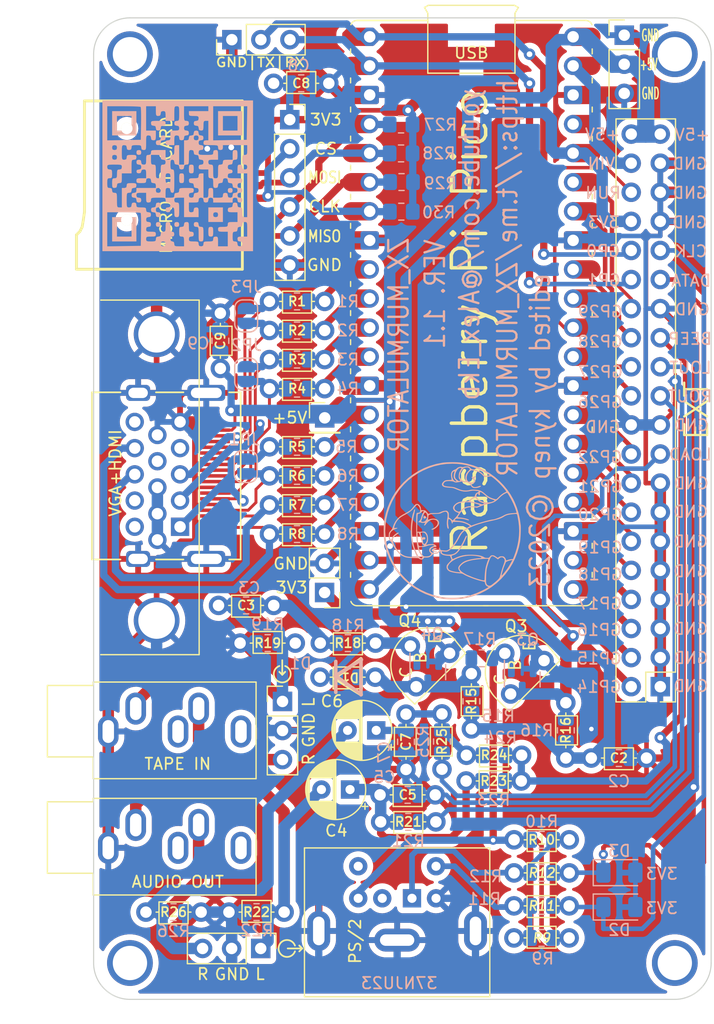
<source format=kicad_pcb>
(kicad_pcb (version 20211014) (generator pcbnew)
  (layers (0 "F.Cu" signal) (31 "B.Cu" signal) (34 "B.Paste" user) (35 "F.Paste" user) (36 "B.SilkS" user "B.Silkscreen") (37 "F.SilkS" user "F.Silkscreen") (38 "B.Mask" user) (39 "F.Mask" user) (44 "Edge.Cuts" user))
  (net 0 "")
  (net 1 "/VGA_VS")
  (net 2 "GND")
  (net 3 "/VGA_HS")
  (net 4 "/VGA_RH")
  (net 5 "/VGA_RL")
  (net 6 "/VGA_GH")
  (net 7 "/VGA_GL")
  (net 8 "/VGA_BH")
  (net 9 "/VGA_BL")
  (net 14 "/+5V")
  (net 21 "/GP_6")
  (net 22 "/GP_7")
  (net 23 "/GP_8")
  (net 24 "/GP_9")
  (net 25 "/GP_10")
  (net 26 "/GP_11")
  (net 27 "/GP_12")
  (net 28 "/GP_13")
  (net 29 "/GP_0")
  (net 30 "/GP_1")
  (net 31 "/GP_2")
  (net 32 "/GP_3")
  (net 33 "/GP_4")
  (net 34 "/GP_5")
  (net 35 "/GP_14")
  (net 36 "/GP_15")
  (net 37 "/GP_16")
  (net 38 "/GP_17")
  (net 39 "/GP_18")
  (net 40 "/GP_19")
  (net 41 "/GP_20")
  (net 42 "/GP_21")
  (net 43 "/GP_22")
  (net 44 "/RUN")
  (net 45 "/GP_26")
  (net 46 "/GP_27")
  (net 47 "/GP_28")
  (net 48 "/GP_29_VREF")
  (net 49 "/+3V3")
  (net 50 "/GP_23_3v3EN")
  (net 51 "/+5V_in")
  (net 56 "/PS{slash}2_DATA_3V")
  (net 57 "/PS{slash}2_CLK_3V")
  (net 58 "/PS{slash}2 DATA")
  (net 60 "/PS{slash}2 CLK")
  (net 62 "/LOAD_IN")
  (net 63 "Net-(C3-Pad2)")
  (net 64 "/LOAD_IN_D")
  (net 65 "/LOAD_IN_R")
  (net 66 "Net-(Q3-Pad1)")
  (net 67 "Net-(D1-Pad1)")
  (net 68 "Net-(D1-Pad2)")
  (net 69 "Net-(C4-Pad1)")
  (net 70 "/L")
  (net 71 "Net-(C6-Pad1)")
  (net 72 "/R")
  (net 73 "/LEFT_OUT")
  (net 74 "/RIGHT_OUT")
  (net 75 "/BEEP_OUT")
  (footprint "LIBS:GCT-MEM2055-00-190-01-A" (layer "F.Cu") (at 44.045 42.545 90)
    (fp_text reference "J3" hide)
    (fp_text value "Micro_SD_Card")
  )
  (footprint "Connector_PinHeader_2.54mm:PinHeader_2x20_P2.54mm_Vertical" (layer "F.Cu") (at 79.375 86.355 180)
    (fp_text reference "J2" hide)
    (fp_text value "EXT")
  )
  (footprint "LIBS:HDMI" (layer "F.Cu") (at 39.695 67.945 -90)
    (fp_text reference "CN1" hide)
    (fp_text value "HDMI")
  )
  (footprint "Connector_PinHeader_2.54mm:PinHeader_1x02_P2.54mm_Vertical" (layer "F.Cu") (at 50.033422 78.130833 180)
    (fp_text reference "J10" hide)
    (fp_text value "Conn_01x02")
  )
  (footprint "Connector_PinHeader_2.54mm:PinHeader_1x01_P2.54mm_Vertical" (layer "F.Cu") (at 50.043916 62.874035)
    (fp_text reference "J11" hide)
    (fp_text value "Conn_01x01")
  )
  (footprint "Connector_Audio:Jack_3.5mm_CUI_SJ1-3535NG_Horizontal" (layer "F.Cu") (at 31.125 90.27 90)
    (fp_text reference "J13" hide)
    (fp_text value "Audio IN")
  )
  (footprint "LIBS:Connector_Mini-DIN_Female_6Pin_2rows" (layer "F.Cu") (at 57.673448 104.839098)
    (fp_text reference "J7" hide)
    (fp_text value "Mini-DIN-6")
  )
  (footprint "Connector_Audio:Jack_3.5mm_CUI_SJ1-3535NG_Horizontal" (layer "F.Cu") (at 31.125 100.43 90)
    (fp_text reference "J12" hide)
    (fp_text value "Audio OUT")
  )
  (footprint "Connector_PinHeader_2.54mm:PinHeader_1x03_P2.54mm_Vertical" (layer "F.Cu") (at 44.45 109.22 -90)
    (fp_text reference "J9" hide)
    (fp_text value "IN_A")
  )
  (footprint "Connector_Dsub:DSUB-15-HD_Female_Horizontal_P2.29x1.98mm_EdgePinOffset3.03mm_Housed_MountingHolesOffset4.94mm" (layer "F.Cu") (at 37.400331 72.39 -90)
    (fp_text reference "J1" hide)
    (fp_text value "VGA")
  )
  (footprint "LIBS:Raspberry_Pi_Pico_SMT_THT_MOD_2" (layer "F.Cu") (at 53.975 29.595)
    (fp_text reference "U1" hide)
    (fp_text value "raspberrypi-pico-module")
  )
  (footprint "Capacitor_THT:CP_Radial_D5.0mm_P2.50mm" (layer "F.Cu") (at 52.257814 95.338842 180)
    (fp_text reference "C4")
    (fp_text value "10u")
  )
  (footprint "Capacitor_THT:CP_Radial_D5.0mm_P2.50mm" (layer "F.Cu") (at 54.545113 90.17 180)
    (fp_text reference "C6")
    (fp_text value "10u")
  )
  (footprint "Connector_PinSocket_2.54mm:PinSocket_1x06_P2.54mm_Vertical" (layer "F.Cu") (at 46.99 36.83)
    (fp_text reference "J4" hide)
    (fp_text value "Conn_SD")
  )
  (footprint "Connector_PinHeader_2.54mm:PinHeader_1x03_P2.54mm_Vertical" (layer "F.Cu") (at 76.225479 29.452407)
    (fp_text reference "J5" hide)
    (fp_text value "PWR")
  )
  (footprint "Connector_PinHeader_2.54mm:PinHeader_1x03_P2.54mm_Vertical" (layer "F.Cu") (at 46.355 87.645)
    (fp_text reference "J8" hide)
    (fp_text value "IN_A")
  )
  (footprint "Connector_PinHeader_2.54mm:PinHeader_1x03_P2.54mm_Vertical" (layer "F.Cu") (at 41.925 29.845 90)
    (fp_text reference "J6" hide)
    (fp_text value "UART")
  )
  (footprint "Resistor_SMD:R_0805_2012Metric_Pad1.20x1.40mm_HandSolder" (layer "B.Cu") (at 56.717418 37.253676)
    (fp_text reference "R27")
    (fp_text value "10k")
  )
  (footprint "LIBS:R_0805_PLUS" (layer "B.Cu") (at 57.293712 95.80432)
    (fp_text reference "C5")
    (fp_text value "10n")
  )
  (footprint "Resistor_SMD:R_0805_2012Metric_Pad1.20x1.40mm_HandSolder" (layer "B.Cu") (at 56.758479 42.281573)
    (fp_text reference "R29")
    (fp_text value "10k")
  )
  (footprint "LIBS:R_0805_PLUS" (layer "B.Cu") (at 47.625 67.945)
    (fp_text reference "R6")
    (fp_text value "330R")
  )
  (footprint "LIBS:SOT-23_PLUS" (layer "B.Cu") (at 67.31 85.725 -90)
    (fp_text reference "Q3")
    (fp_text value "BC850")
  )
  (footprint "LIBS:R_0805_PLUS" (layer "B.Cu") (at 47.625 70.485)
    (fp_text reference "R7")
    (fp_text value "100R")
  )
  (footprint "LIBS:R_0805_PLUS" (layer "B.Cu") (at 47.625 55.245)
    (fp_text reference "R2")
    (fp_text value "330R")
  )
  (footprint "LIBS:R_0805_PLUS" (layer "B.Cu") (at 45.059675 82.55 180)
    (fp_text reference "R19")
    (fp_text value "100R")
  )
  (footprint "LIBS:R_0805_PLUS" (layer "B.Cu") (at 43.175031 79.258622)
    (fp_text reference "C3")
    (fp_text value "0.1u")
  )
  (footprint "LIBS:R_0805_PLUS" (layer "B.Cu") (at 52.07 82.55)
    (fp_text reference "R18")
    (fp_text value "10k")
  )
  (footprint "LIBS:R_0805_PLUS" (layer "B.Cu") (at 64.813724 94.59165)
    (fp_text reference "R23")
    (fp_text value "2k")
  )
  (footprint "LIBS:R_0805_PLUS" (layer "B.Cu") (at 69 105.5)
    (fp_text reference "R11")
    (fp_text value "100R" hide)
  )
  (footprint "LOGO" (layer "B.Cu") (at 37.153443 41.69191 -90)
    (fp_text reference "G***" hide)
    (fp_text value "LOGO" hide)
  )
  (footprint "Resistor_SMD:R_0805_2012Metric" (layer "B.Cu") (at 63.775 83.875)
    (fp_text reference "R17")
    (fp_text value "10k" hide)
  )
  (footprint "Resistor_SMD:R_0805_2012Metric_Pad1.20x1.40mm_HandSolder" (layer "B.Cu") (at 56.717418 39.778916)
    (fp_text reference "R28")
    (fp_text value "10k")
  )
  (footprint "Jumper:SolderJumper-2_P1.3mm_Open_RoundedPad1.0x1.5mm" (layer "B.Cu") (at 43.141986 67.11934 90)
    (fp_text reference "JP1")
    (fp_text value "R_J")
  )
  (footprint "LIBS:R_0805_PLUS" (layer "B.Cu") (at 69.007 99.73)
    (fp_text reference "R10")
    (fp_text value "1k" hide)
  )
  (footprint "LIBS:R_0805_PLUS" (layer "B.Cu") (at 44.085 106.045 180)
    (fp_text reference "R22")
    (fp_text value "330R")
  )
  (footprint "LIBS:R_0805_PLUS" (layer "B.Cu") (at 64.843288 92.344802)
    (fp_text reference "R24")
    (fp_text value "2k")
  )
  (footprint "LIBS:R_0805_PLUS" (layer "B.Cu") (at 47.625 52.705)
    (fp_text reference "R1")
    (fp_text value "1k")
  )
  (footprint "LOGO" (layer "B.Cu") (at 61.175 72.725 -90)
    (fp_text reference "G***" hide)
    (fp_text value "LOGO" hide)
  )
  (footprint "LIBS:R_0805_PLUS" (layer "B.Cu") (at 52.05 85.5245)
    (fp_text reference "D1")
    (fp_text value "4148" hide)
  )
  (footprint "Resistor_SMD:R_0805_2012Metric_Pad1.20x1.40mm_HandSolder" (layer "B.Cu") (at 56.737949 44.868404)
    (fp_text reference "R30")
    (fp_text value "10k")
  )
  (footprint "LIBS:R_0805_PLUS" (layer "B.Cu") (at 62.865 87.63 90)
    (fp_text reference "R15")
    (fp_text value "10k")
  )
  (footprint "LIBS:R_0805_PLUS" (layer "B.Cu") (at 47.99 33.655 180)
    (fp_text reference "C8")
    (fp_text value "0.1u")
  )
  (footprint "Jumper:SolderJumper-2_P1.3mm_Open_RoundedPad1.0x1.5mm" (layer "B.Cu") (at 43.18 53.975 90)
    (fp_text reference "JP3")
    (fp_text value "B_J")
  )
  (footprint "Diode_SMD:D_1206_3216Metric" (layer "B.Cu") (at 75.8 102.6)
    (fp_text reference "D3")
    (fp_text value "3V3")
  )
  (footprint "LIBS:R_0805_PLUS" (layer "B.Cu") (at 68.997 108.3 180)
    (fp_text reference "R9")
    (fp_text value "1k" hide)
  )
  (footprint "Jumper:SolderJumper-2_P1.3mm_Open_RoundedPad1.0x1.5mm" (layer "B.Cu") (at 43.18 59.055 90)
    (fp_text reference "JP2")
    (fp_text value "G_J")
  )
  (footprint "LIBS:R_0805_PLUS" (layer "B.Cu") (at 57.348548 98.162654)
    (fp_text reference "R21")
    (fp_text value "1k")
  )
  (footprint "LIBS:R_0805_PLUS" (layer "B.Cu") (at 71.12 90.17 90)
    (fp_text reference "R16")
    (fp_text value "1k")
  )
  (footprint "LIBS:R_0805_PLUS" (layer "B.Cu") (at 47.625 60.325)
    (fp_text reference "R4")
    (fp_text value "330R")
  )
  (footprint "LIBS:R_0805_PLUS" (layer "B.Cu") (at 36.83 106.045)
    (fp_text reference "R26")
    (fp_text value "330R")
  )
  (footprint "Diode_SMD:D_1206_3216Metric" (layer "B.Cu") (at 75.8 105.6)
    (fp_text reference "D2")
    (fp_text value "3V3")
  )
  (footprint "LIBS:R_0805_PLUS" (layer "B.Cu") (at 60.293101 91.149032 -90)
    (fp_text reference "R25")
    (fp_text value "1k")
  )
  (footprint "LIBS:R_0805_PLUS" (layer "B.Cu") (at 40.923812 56.145923 90)
    (fp_text reference "C9")
    (fp_text value "0.1u")
  )
  (footprint "LIBS:SOT-23_PLUS" (layer "B.Cu") (at 59.055 85.09 -90)
    (fp_text reference "Q4")
    (fp_text value "BC850")
  )
  (footprint "LIBS:R_0805_PLUS" (layer "B.Cu") (at 57.15 91.17 -90)
    (fp_text reference "C7")
    (fp_text value "10n")
  )
  (footprint "LIBS:R_0805_PLUS" (layer "B.Cu") (at 47.625 57.785)
    (fp_text reference "R3")
    (fp_text value "1k")
  )
  (footprint "LIBS:R_0805_PLUS" (layer "B.Cu") (at 69.007 102.62)
    (fp_text reference "R12")
    (fp_text value "100R" hide)
  )
  (footprint "LIBS:R_0805_PLUS" (layer "B.Cu") (at 47.625 65.405)
    (fp_text reference "R5")
    (fp_text value "1k")
  )
  (footprint "LIBS:R_0805_PLUS" (layer "B.Cu") (at 75.756986 92.58826)
    (fp_text reference "C2")
    (fp_text value "0.1u")
  )
  (footprint "LIBS:R_0805_PLUS" (layer "B.Cu") (at 47.625 73.025)
    (fp_text reference "R8")
    (fp_text value "100R")
  )
  (gr_line (start 50.9375 85.424) (end 53.2625 83.999) (layer "B.SilkS") (width 0.3))
  (gr_line (start 53.2375 87.024) (end 50.9625 85.374) (layer "B.SilkS") (width 0.3))
  (gr_line (start 51.0125 86.849) (end 51.0125 84.149) (layer "B.SilkS") (width 0.3))
  (gr_line (start 53.2125 83.974) (end 53.2125 87.074) (layer "B.SilkS") (width 0.3))
  (gr_line (start 48.077064 109.22) (end 47.823064 109.474) (layer "F.SilkS") (width 0.15))
  (gr_line (start 46.332069 85.312617) (end 46.078069 85.058617) (layer "F.SilkS") (width 0.15))
  (gr_arc (start 46.586069 84.550617) (mid 46.332069 85.982475) (end 46.078069 84.550617) (layer "F.SilkS") (width 0.15))
  (gr_arc (start 47.442064 109.474) (mid 46.010206 109.22) (end 47.442064 108.966) (layer "F.SilkS") (width 0.15))
  (gr_line (start 47.823064 108.966) (end 48.077064 109.22) (layer "F.SilkS") (width 0.15))
  (gr_line (start 53.2375 87.05) (end 50.9125 85.625) (layer "F.SilkS") (width 0.3))
  (gr_line (start 46.332069 84.042617) (end 46.332069 85.312617) (layer "F.SilkS") (width 0.15))
  (gr_line (start 51.0125 86.85) (end 51.0125 84.15) (layer "F.SilkS") (width 0.3))
  (gr_line (start 46.807064 109.22) (end 48.077064 109.22) (layer "F.SilkS") (width 0.15))
  (gr_line (start 48.077064 109.22) (end 47.823064 108.966) (layer "F.SilkS") (width 0.15))
  (gr_line (start 46.586069 85.058617) (end 46.332069 85.312617) (layer "F.SilkS") (width 0.15))
  (gr_line (start 53.2125 83.925) (end 53.2125 87.025) (layer "F.SilkS") (width 0.3))
  (gr_line (start 50.9375 85.575) (end 53.2125 83.925) (layer "F.SilkS") (width 0.3))
  (gr_line (start 46.332069 85.312617) (end 46.586069 85.058617) (layer "F.SilkS") (width 0.15))
  (gr_line locked (start 33.02 27.94) (end 80.645 27.94) (layer "Edge.Cuts") (width 0.1))
  (gr_arc locked (start 33.02 113.665) (mid 30.774936 112.735064) (end 29.845 110.49) (layer "Edge.Cuts") (width 0.1))
  (gr_line locked (start 29.845 110.49) (end 29.845 31.115) (layer "Edge.Cuts") (width 0.1))
  (gr_line locked (start 80.645 113.665) (end 33.02 113.665) (layer "Edge.Cuts") (width 0.1))
  (gr_arc locked (start 29.845 31.115) (mid 30.774936 28.869936) (end 33.02 27.94) (layer "Edge.Cuts") (width 0.1))
  (gr_line locked (start 83.82 31.115) (end 83.82 110.49) (layer "Edge.Cuts") (width 0.1))
  (gr_arc locked (start 80.645 27.94) (mid 82.890064 28.869936) (end 83.82 31.115) (layer "Edge.Cuts") (width 0.1))
  (gr_arc locked (start 83.82 110.49) (mid 82.890064 112.735064) (end 80.645 113.665) (layer "Edge.Cuts") (width 0.1))
  (gr_text "3V3\n" (at 74.425 45.8) (layer "B.SilkS") (effects (font (size 1 1)) (justify mirror)))
  (gr_text "+5V" (at 74.325 38.125) (layer "B.SilkS") (effects (font (size 1 1)) (justify mirror)))
  (gr_text "GP18" (at 74.125 76.55) (layer "B.SilkS") (effects (font (size 1 1)) (justify mirror)))
  (gr_text "DATA" (at 82.075 50.9) (layer "B.SilkS") (effects (font (size 1 1)) (justify mirror)))
  (gr_text "VIN" (at 74.225 40.675) (layer "B.SilkS") (effects (font (size 1 1)) (justify mirror)))
  (gr_text "GP27" (at 74.15 58.875) (layer "B.SilkS") (effects (font (size 1 1)) (justify mirror)))
  (gr_text "GND\n" (at 74.35 63.675) (layer "B.SilkS") (effects (font (size 1 1)) (justify mirror)))
  (gr_text "LOUT" (at 82 58.5) (layer "B.SilkS") (effects (font (size 1 1)) (justify mirror)))
  (gr_text "GND\n" (at 82.025 76.275) (layer "B.SilkS") (effects (font (size 1 1)) (justify mirror)))
  (gr_text "GND\n" (at 82.025 78.8) (layer "B.SilkS") (effects (font (size 1 1)) (justify mirror)))
  (gr_text "GND\n" (at 81.975 40.675) (layer "B.SilkS") (effects (font (size 1 1)) (justify mirror)))
  (gr_text "GND\n" (at 82.025 73.675) (layer "B.SilkS") (effects (font (size 1 1)) (justify mirror)))
  (gr_text "GP16" (at 74.05 81.4) (layer "B.SilkS") (effects (font (size 1 1)) (justify mirror)))
  (gr_text "GP29" (at 74.125 53.6) (layer "B.SilkS") (effects (font (size 1 1)) (justify mirror)))
  (gr_text "GP1" (at 74.425 50.85) (layer "B.SilkS") (effects (font (size 1 1)) (justify mirror)))
  (gr_text "GP19" (at 74.125 74.2) (layer "B.SilkS") (effects (font (size 1 1)) (justify mirror)))
  (gr_text "GP20" (at 74.125 71.325) (layer "B.SilkS") (effects (font (size 1 1)) (justify mirror)))
  (gr_text "GP0" (at 74.375 48.3) (layer "B.SilkS") (effects (font (size 1 1)) (justify mirror)))
  (gr_text "LOAD" (at 82 66.075) (layer "B.SilkS") (effects (font (size 1 1)) (justify mirror)))
  (gr_text "GND\n" (at 82.025 71.075) (layer "B.SilkS") (effects (font (size 1 1)) (justify mirror)))
  (gr_text "GP14" (at 74.025 86.375) (layer "B.SilkS") (effects (font (size 1 1)) (justify mirror)))
  (gr_text "GND\n" (at 82.05 83.85) (layer "B.SilkS") (effects (font (size 1 1)) (justify mirror)))
  (gr_text "37NJU23" (at 56.55 112.25) (layer "B.SilkS") (effects (font (size 1 1)) (justify mirror)))
  (gr_text "CLK" (at 82.075 48.325) (layer "B.SilkS") (effects (font (size 1 1)) (justify mirror)))
  (gr_text "GND\n" (at 82.075 68.6) (layer "B.SilkS") (effects (font (size 1 1)) (justify mirror)))
  (gr_text "RUN" (at 74.375 43.225) (layer "B.SilkS") (effects (font (size 1 1)) (justify mirror)))
  (gr_text "GND\n" (at 82.175 53.4) (layer "B.SilkS") (effects (font (size 1 1)) (justify mirror)))
  (gr_text "youtube.com/@Alex_Ekb" (at 62.7 47.75 90) (layer "B.SilkS") (effects (font (size 1.7 1.5) (thickness 0.2)) (justify mirror)))
  (gr_text "https://t.me/ZX_MURMULATOR" (at 66.025 50.65 90) (layer "B.SilkS") (effects (font (size 1.7 1.5) (thickness 0.2)) (justify mirror)))
  (gr_text "ROUT" (at 81.975 61) (layer "B.SilkS") (effects (font (size 1 1)) (justify mirror)))
  (gr_text "BEEP" (at 81.975 55.975) (layer "B.SilkS") (effects (font (size 1 1)) (justify mirror)))
  (gr_text "GP21\n" (at 74.125 68.875) (layer "B.SilkS") (effects (font (size 1 1)) (justify mirror)))
  (gr_text "GP15" (at 74.05 83.9) (layer "B.SilkS") (effects (font (size 1 1)) (justify mirror)))
  (gr_text "GND\n" (at 82.05 86.3) (layer "B.SilkS") (effects (font (size 1 1)) (justify mirror)))
  (gr_text "+5V" (at 82.175 38.15) (layer "B.SilkS") (effects (font (size 1 1)) (justify mirror)))
  (gr_text "VER. 1.1" (at 59.69 52.07 90) (layer "B.SilkS") (effects (font (size 1.7 1.5) (thickness 0.2)) (justify mirror)))
  (gr_text "GND\n" (at 81.95 45.8) (layer "B.SilkS") (effects (font (size 1 1)) (justify mirror)))
  (gr_text "GND\n" (at 82.1 63.525) (layer "B.SilkS") (effects (font (size 1 1)) (justify mirror)))
  (gr_text "GND\n" (at 81.975 43.225) (layer "B.SilkS") (effects (font (size 1 1)) (justify mirror)))
  (gr_text "GP17" (at 74.075 79.1) (layer "B.SilkS") (effects (font (size 1 1)) (justify mirror)))
  (gr_text "edited by kynep ©2023" (at 68.875 64 90) (layer "B.SilkS") (effects (font (size 1.7 1.5) (thickness 0.2)) (justify mirror)))
  (gr_text "ZX_MURMULATOR" (at 56.515 56.515 90) (layer "B.SilkS") (effects (font (size 1.7 1.5) (thickness 0.2)) (justify mirror)))
  (gr_text "GND\n" (at 82.025 81.3) (layer "B.SilkS") (effects (font (size 1 1)) (justify mirror)))
  (gr_text "GP22" (at 74.1 66.3) (layer "B.SilkS") (effects (font (size 1 1)) (justify mirror)))
  (gr_text "GP28" (at 74.125 56.225) (layer "B.SilkS") (effects (font (size 1 1)) (justify mirror)))
  (gr_text "GP26" (at 74.125 61.5) (layer "B.SilkS") (effects (font (size 1 1)) (justify mirror)))
  (gr_text "Q4" (at 57.475 80.6) (layer "F.SilkS") (effects (font (size 1 1))))
  (gr_text "CLK" (at 50.052423 44.414053) (layer "F.SilkS") (effects (font (size 1 1))))
  (gr_text "MISO" (at 50.026608 47.021367) (layer "F.SilkS") (effects (font (size 1 0.8))))
  (gr_text "MOSI" (at 50.052423 41.884185) (layer "F.SilkS") (effects (font (size 1 0.8))))
  (gr_text "GND" (at 78.524112 34.546623) (layer "F.SilkS") (effects (font (size 1 0.5) (thickness 0.125))))
  (gr_text "GND" (at 50.026608 49.525421) (layer "F.SilkS") (effects (font (size 1 1))))
  (gr_text "L" (at 48.638497 87.715228 90) (layer "F.SilkS") (effects (font (size 1 1))))
  (gr_text "Q3" (at 66.775 81.075) (layer "F.SilkS") (effects (font (size 1 1))))
  (gr_text "+5V" (at 46.99 62.865) (layer "F.SilkS") (effects (font (size 1 1))))
  (gr_text "3V3" (at 47.148984 77.696182) (layer "F.SilkS") (effects (font (size 1 1))))
  (gr_text "GND" (at 48.651641 90.146791 90) (layer "F.SilkS") (effects (font (size 1 1))))
  (gr_text "+5V" (at 78.373524 32.008149) (layer "F.SilkS") (effects (font (size 1 0.5) (thickness 0.125))))
  (gr_text "EXT" (at 82.55 62.23 90) (layer "F.SilkS") (effects (font (size 2 2) (thickness 0.2))))
  (gr_text "GND" (at 78.502599 29.469675) (layer "F.SilkS") (effects (font (size 1 0.5) (thickness 0.125))))
  (gr_text "CS" (at 50.14 39.37) (layer "F.SilkS") (effects (font (size 1 1))))
  (gr_text "GND" (at 47.080848 75.606667) (layer "F.SilkS") (effects (font (size 1 1))))
  (gr_text "TAPE IN" (at 37.2 93.1) (layer "F.SilkS") (effects (font (size 1 1))))
  (gr_text "PS/2" (at 52.705 108.585 90) (layer "F.SilkS") (effects (font (size 1 1))))
  (gr_text "AUDIO OUT" (at 37.2 103.4) (layer "F.SilkS") (effects (font (size 1 1))))
  (gr_text "L" (at 44.389209 111.457697) (layer "F.SilkS") (effects (font (size 1 1))))
  (gr_text "R" (at 39.394437 111.4602) (layer "F.SilkS") (effects (font (size 1 1))))
  (gr_text "R" (at 48.641 92.71 90) (layer "F.SilkS") (effects (font (size 1 1))))
  (gr_text "GND|TX|RX" (at 44.416707 31.826351) (layer "F.SilkS") (effects (font (size 0.8 0.9))))
  (gr_text "Raspberry Pi Pico" (at 62.738 54.483 90) (layer "F.SilkS") (effects (font (size 3 3) (thickness 0.3))))
  (gr_text "GND" (at 41.957646 111.470841) (layer "F.SilkS") (effects (font (size 1 1))))
  (gr_text "MICRO SD CARD" (at 36.195 42.545 90) (layer "F.SilkS") (effects (font (size 1 1))))
  (gr_text "3V3" (at 50.14 36.83) (layer "F.SilkS") (effects (font (size 1 1))))
  (gr_text "VGA+HDMI " (at 31.75 67.31 90) (layer "F.SilkS") (effects (font (size 1 1))))
  (via locked (at 33.02 110.49) (size 4) (drill 3) (layers "F.Cu" "B.Cu") (net 0))
  (via locked (at 33.02 31.115) (size 4) (drill 3) (layers "F.Cu" "B.Cu") (net 0))
  (via locked (at 80.645 110.49) (size 4) (drill 3) (layers "F.Cu" "B.Cu") (net 0))
  (via locked (at 80.645 31.115) (size 4) (drill 3) (layers "F.Cu" "B.Cu") (net 0))
  (segment (start 44.632 72.445) (end 45.212 73.025) (width 0.254) (layer "F.Cu") (net 1))
  (segment (start 40.455 72.445) (end 44.632 72.445) (width 0.254) (layer "F.Cu") (net 1))
  (segment (start 32.27 65.52) (end 30.729838 67.060162) (width 0.635) (layer "B.Cu") (net 1))
  (segment (start 42.167312 77.876903) (end 45.212 74.832215) (width 0.635) (layer "B.Cu") (net 1))
  (segment (start 46.625 73.025) (end 45.212 73.025) (width 0.635) (layer "B.Cu") (net 1))
  (segment (start 30.729838 67.060162) (end 30.729838 76.639935) (width 0.635) (layer "B.Cu") (net 1))
  (segment (start 33.440331 65.52) (end 32.27 65.52) (width 0.635) (layer "B.Cu") (net 1))
  (segment (start 30.729838 76.639935) (end 31.966806 77.876903) (width 0.635) (layer "B.Cu") (net 1))
  (segment (start 31.966806 77.876903) (end 42.167312 77.876903) (width 0.635) (layer "B.Cu") (net 1))
  (segment (start 45.212 74.832215) (end 45.212 73.025) (width 0.635) (layer "B.Cu") (net 1))
  (segment (start 37.400331 63.23) (end 38.432437 63.23) (width 1) (layer "F.Cu") (net 2))
  (segment (start 79.375 88.265) (end 79.375 86.355) (width 0.4) (layer "F.Cu") (net 2))
  (segment (start 31.125 90.27) (end 31.125 84.800331) (width 1) (layer "F.Cu") (net 2))
  (segment (start 78.11 68.575) (end 79.375 68.575) (width 0.4) (layer "F.Cu") (net 2))
  (segment (start 38.715 70.445) (end 38.705 70.455) (width 0.3) (layer "F.Cu") (net 2))
  (segment (start 38.705 71.785) (end 38.705 73.63) (width 0.5) (layer "F.Cu") (net 2))
  (segment (start 79.375 40.635) (end 81.91 40.635) (width 1) (layer "F.Cu") (net 2))
  (segment (start 48.275 90.185) (end 48.275 93.36) (width 0.635) (layer "F.Cu") (net 2))
  (segment (start 33.145 35.685) (end 33.145 34.795) (width 1) (layer "F.Cu") (net 2))
  (segment (start 76.71326 92.58826) (end 75.633715 91.508715) (width 0.4) (layer "F.Cu") (net 2))
  (segment (start 82.4675 56.4275) (end 82.4675 90.2525) (width 0.635) (layer "F.Cu") (net 2))
  (segment (start 56.265 47.375) (end 56.515 47.625) (width 1) (layer "F.Cu") (net 2))
  (segment (start 54.995 72.775) (end 53.975 72.775) (width 1) (layer "F.Cu") (net 2))
  (segment (start 40.455 67.445) (end 38.81 67.445) (width 0.3) (layer "F.Cu") (net 2))
  (segment (start 78.105 63.5) (end 78.105 68.58) (width 0.4) (layer "F.Cu") (net 2))
  (segment (start 49.523448 102.876552) (end 49.523448 107.689098) (width 0.635) (layer "F.Cu") (net 2))
  (segment (start 36.565 74.56) (end 36.565 75.195) (width 0.5) (layer "F.Cu") (net 2))
  (segment (start 41.920936 39.295) (end 43.245 39.295) (width 0.635) (layer "F.Cu") (net 2))
  (segment (start 78.169986 92.58826) (end 76.71326 92.58826) (width 0.4) (layer "F.Cu") (net 2))
  (segment (start 38.531701 63.23) (end 38.705 63.403299) (width 0.5) (layer "F.Cu") (net 2))
  (segment (start 81.91 45.715) (end 81.915 45.72) (width 0.635) (layer "F.Cu") (net 2))
  (segment (start 79.375 63.495) (end 80.645 62.225) (width 0.4) (layer "F.Cu") (net 2))
  (segment (start 77.945 34.299814) (end 77.712407 34.532407) (width 1) (layer "F.Cu") (net 2))
  (segment (start 38.705 69.185) (end 38.705 70.455) (width 0.5) (layer "F.Cu") (net 2))
  (segment (start 52.79368 72.775) (end 50.033422 75.535258) (width 0.8) (layer "F.Cu") (net 2))
  (segment (start 34.925 37.465) (end 36.83 37.465) (width 1) (layer "F.Cu") (net 2))
  (segment (start 40.455 68.945) (end 38.945 68.945) (width 0.3) (layer "F.Cu") (net 2))
  (segment (start 41.925 32.37) (end 41.925 29.845) (width 1) (layer "F.Cu") (net 2))
  (segment (start 36.565 60.695) (end 33.735 60.695) (width 0.5) (layer "F.Cu") (net 2))
  (segment (start 79.375 46.99) (end 79.375 45.715) (width 0.4) (layer "F.Cu") (net 2))
  (segment (start 81.91 43.175) (end 81.915 43.18) (width 1) (layer "F.Cu") (net 2))
  (segment (start 50.415 47.375) (end 48.26 49.53) (width 1) (layer "F.Cu") (net 2))
  (segment (start 31.125 84.800331) (end 35.350331 80.575) (width 1) (layer "F.Cu") (net 2))
  (segment (start 77.945 30.32) (end 77.945 34.299814) (width 1) (layer "F.Cu") (net 2))
  (segment (start 36.565 59.425) (end 36.565 60.695) (width 0.5) (layer "F.Cu") (net 2))
  (segment (start 42.545 31.75) (end 48.498 31.75) (width 1) (layer "F.Cu") (net 2))
  (segment (start 34.925 37.465) (end 33.145 35.685) (width 1) (layer "F.Cu") (net 2))
  (segment (start 33.045 47.65) (end 33.045 50.295) (width 1) (layer "F.Cu") (net 2))
  (segment (start 35.350331 75.495331) (end 35.420331 75.425331) (width 0.5) (layer "F.Cu") (net 2))
  (segment (start 81.915 43.18) (end 81.915 45.72) (width 1.5) (layer "F.Cu") (net 2))
  (segment (start 38.705 67.34) (end 38.705 69.185) (width 0.5) (layer "F.Cu") (net 2))
  (segment (start 81.915 35.56) (end 81.915 40.64) (width 1.5) (layer "F.Cu") (net 2))
  (segment (start 37.73 60.695) (end 36.565 60.695) (width 0.5) (layer "F.Cu") (net 2))
  (segment (start 38.705 63.403299) (end 38.705 64.165) (width 0.5) (layer "F.Cu") (net 2))
  (segment (start 76.082886 34.675) (end 76.225479 34.532407) (width 1.5) (layer "F.Cu") (net 2))
  (segment (start 71.755 60.075) (end 69.465 60.075) (width 0.4) (layer "F.Cu") (net 2))
  (segment (start 41.405 34.795) (end 41.925 34.275) (width 1) (layer "F.Cu") (net 2))
  (segment (start 37.400331 63.23) (end 37.400331 61.024669) (width 0.5) (layer "F.Cu") (net 2))
  (segment (start 35.420331 75.425331) (end 35.650662 75.195) (width 0.5) (layer "F.Cu") (net 2))
  (segment (start 56.515 59.69) (end 56.13 60.075) (width 1) (layer "F.Cu") (net 2))
  (segment (start 35.350331 51.644669) (end 35.350331 55.575) (width 1) (layer "F.Cu") (net 2))
  (segment (start 80.887407 34.532407) (end 81.915 35.56) (width 1.5) (layer "F.Cu") (net 2))
  (segment (start 40.455 64.445) (end 38.985 64.445) (width 0.3) (layer "F.Cu") (net 2))
  (segment (start 37.2 75.195) (end 33.735 75.195) (width 0.5) (layer "F.Cu") (net 2))
  (segment (start 76.225479 34.532407) (end 77.712407 34.532407) (width 1.5) (layer "F.Cu") (net 2))
  (segment (start 36.83 37.465) (end 39.5 34.795) (width 1) (layer "F.Cu") (net 2))
  (segment (start 78.145 46.99) (end 79.375 46.99) (width 0.4) (layer "F.Cu") (net 2))
  (segment (start 34.925 47.625) (end 33.02 47.625) (width 1) (layer "F.Cu") (net 2))
  (segment (start 79.375 68.575) (end 79.375 86.355) (width 1) (layer "F.Cu") (net 2))
  (segment (start 69.465 60.075) (end 69.215 60.325) (width 0.4) (layer "F.Cu") (net 2))
  (segment (start 79.375 43.175) (end 81.91 43.175) (width 1) (layer "F.Cu") (net 2))
  (segment (start 52.255 34.795) (end 52.375 34.675) (width 1) (layer "F.Cu") (net 2))
  (segment (start 41.405 34.795) (end 42.645 34.795) (width 1) (layer "F.Cu") (net 2))
  (segment (start 48.26 49.53) (end 46.99 49.53) (width 1) (layer "F.Cu") (net 2))
  (segment (start 79.38 45.72) (end 79.375 45.715) (width 0.635) (layer "F.Cu") (net 2))
  (segment (start 81.91 40.635) (end 81.915 40.64) (width 1) (layer "F.Cu") (net 2))
  (segment (start 80.13174 92.58826) (end 78.169986 92.58826) (width 0.635) (layer "F.Cu") (net 2))
  (segment (start 38.675 73.66) (end 37.465 73.66) (width 0.5) (layer "F.Cu") (net 2))
  (segment (start 51.435 34.687) (end 52.363 34.687) (width 1) (layer "F.Cu") (net 2))
  (segment (start 42.78 49.53) (end 42.645 49.395) (width 1) (layer "F.Cu") (net 2))
  (segment (start 49.53 102.87) (end 49.523448 102.876552) (width 0.635) (layer "F.Cu") (net 2))
  (segment (start 36.565 75.195) (end 37.2 75.195) (width 0.5) (layer "F.Cu") (net 2))
  (segment (start 46.99 49.53) (end 42.78 49.53) (width 1) (layer "F.Cu") (net 2))
  (segment (start 50.403 33.655) (end 51.435 34.687) (width 1) (layer "F.Cu") (net 2))
  (segment (start 37.400331 63.23) (end 38.531701 63.23) (width 0.5) (layer "F.Cu") (net 2))
  (segment (start 79.375 53.335) (end 82.4675 56.4275) (width 0.635) (layer "F.Cu") (net 2))
  (segment (start 38.705 64.165) (end 38.705 67.34) (width 0.5) (layer "F.Cu") (net 2))
  (segment (start 41.925 32.37) (end 42.545 31.75) (width 1) (layer "F.Cu") (net 2))
  (segment (start 35.350331 80.575) (end 35.350331 75.495331) (width 0.5) (layer "F.Cu") (net 2))
  (segment (start 39.5 34.795) (end 41.405 34.795) (width 1) (layer "F.Cu") (net 2))
  (segment (start 41.925 34.275) (end 41.925 32.37) (width 1) (layer "F.Cu") (net 2))
  (segment (start 37.465 73.66) (end 36.565 74.56) (width 0.5) (layer "F.Cu") (net 2))
  (segment (start 81.915 45.72) (end 79.38 45.72) (width 0.635) (layer "F.Cu") (net 2))
  (segment (start 78.105 53.34) (end 78.105 63.5) (width 0.4) (layer "F.Cu") (net 2))
  (segment (start 75.633715 91.508715) (end 75.633715 90.051989) (width 0.4) (layer "F.Cu") (net 2))
  (segment (start 40.455 71.945) (end 38.865 71.945) (width 0.3) (layer "F.Cu") (net 2))
  (segment (start 78.105 68.58) (end 78.11 68.575) (width 0.4) (layer "F.Cu") (net 2))
  (segment (start 78.11 53.335) (end 78.125 53.32) (width 0.4) (layer "F.Cu") (net 2))
  (segment (start 56.13 60.075) (end 53.975 60.075) (width 1) (layer "F.Cu") (net 2))
  (segment (start 35.350331 58.210331) (end 36.565 59.425) (width 0.5) (layer "F.Cu") (net 2))
  (segment (start 33.02 47.625) (end 33.045 47.65) (width 1) (layer "F.Cu") (net 2))
  (segment (start 78.125 53.32) (end 78.125 47.01) (width 0.4) (layer "F.Cu") (net 2))
  (segment (start 38.865 71.945) (end 38.705 71.785) (width 0.3) (layer "F.Cu") (net 2))
  (segment (start 73.353152 90.051989) (end 75.633715 90.051989) (width 0.4) (layer "F.Cu") (net 2))
  (segment (start 56.515 47.625) (end 56.515 59.69) (width 1) (layer "F.Cu") (net 2))
  (segment (start 76.225479 29.452407) (end 77.077407 29.452407) (width 1) (layer "F.Cu") (net 2))
  (segment (start 46.355 90.185) (end 48.275 90.185) (width 0.635) (layer "F.Cu") (net 2))
  (segment (start 41.875561 39.249625) (end 41.920936 39.295) (width 0.635) (layer "F.Cu") (net 2))
  (segment (start 71.755 34.675) (end 76.082886 34.675) (width 1.5) (layer "F.Cu") (net 2))
  (segment (start 37.400331 61.024669) (end 37.73 60.695) (width 0.5) (layer "F.Cu") (net 2))
  (segment (start 79.375 53.335) (end 78.11 53.335) (width 0.4) (layer "F.Cu") (net 2))
  (segment (start 36.695 49.395) (end 34.925 47.625) (width 1) (layer "F.Cu") (net 2))
  (segment (start 53.975 72.775) (end 52.79368 72.775) (width 1) (layer "F.Cu") (net 2))
  (segment (start 73.325 90.025) (end 73.326163 90.025) (width 0.25) (layer "F.Cu") (net 2))
  (segment (start 56.515 59.69) (end 57.15 60.325) (width 1) (layer "F.Cu") (net 2))
  (segment (start 38.455 63.252563) (end 38.455 63.63505) (width 1) (layer "F.Cu") (net 2))
  (segment (start 38.985 64.445) (end 38.705 64.165) (width 0.3) (layer "F.Cu") (net 2))
  (segment (start 73.326163 90.025) (end 73.353152 90.051989) (width 0.25) (layer "F.Cu") (net 2))
  (segment (start 38.705 73.63) (end 38.675 73.66) (width 0.5) (layer "F.Cu") (net 2))
  (segment (start 78.169986 92.58826) (end 78.169986 94.044986) (width 0.4) (layer "F.Cu") (net 2))
  (segment (start 78.169986 94.044986) (end 79.244074 95.119074) (width 0.4) (layer "F.Cu") (net 2))
  (segment (start 53.975 47.375) (end 56.265 47.375) (width 1) (layer "F.Cu") (net 2))
  (segment (start 51.673 93.583) (end 48.498 93.583) (width 0.635) (layer "F.Cu") (net 2))
  (segment (start 78.169986 92.58826) (end 78.169986 88.964986) (width 0.4) (layer "F.Cu") (net 2))
  (segment (start 78.169986 88.964986) (end 78.675014 88.964986) (width 0.4) (layer "F.Cu") (net 2))
  (segment (start 82.4675 90.2525) (end 80.13174 92.58826) (width 0.635) (layer "F.Cu") (net 2))
  (segment (start 37.400331 63.23) (end 37.83 63.23) (width 1) (layer "F.Cu") (net 2))
  (segment (start 77.712407 34.532407) (end 80.887407 34.532407) (width 1.5) (layer "F.Cu") (net 2))
  (segment (start 37.83 63.23) (end 38.1 63.5) (width 1) (layer "F.Cu") (net 2))
  (segment (start 69.215 60.325) (end 69.215 72.39) (width 0.4) (layer "F.Cu") (net 2))
  (segment (start 78.125 47.01) (end 78.145 46.99) (width 0.4) (layer "F.Cu") (net 2))
  (segment (start 48.498 31.75) (end 50.403 33.655) (width 1) (layer "F.Cu") (net 2))
  (segment (start 38.945 68.945) (end 38.705 69.185) (width 0.3) (layer "F.Cu") (net 2))
  (segment (start 37.6 49.395) (end 36.695 49.395) (width 1) (layer "F.Cu") (net 2))
  (segment (start 38.705 70.455) (end 38.705 71.785) (width 0.5) (layer "F.Cu") (net 2))
  (segment (start 38.735 39.37) (end 36.83 37.465) (width 0.635) (layer "F.Cu") (net 2))
  (segment (start 39.778719 39.37) (end 38.735 39.37) (width 0.635) (layer "F.Cu") (net 2))
  (segment (start 48.275 93.36) (end 48.275 101.615) (width 0.635) (layer "F.Cu") (net 2))
  (segment (start 78.11 63.495) (end 78.105 63.5) (width 0.4) (layer "F.Cu") (net 2))
  (segment (start 37.2 75.195) (end 39.695 75.195) (width 0.5) (layer "F.Cu") (net 2))
  (segment (start 78.11 53.335) (end 78.105 53.34) (width 0.4) (layer "F.Cu") (net 2))
  (segment (start 35.650662 75.195) (end 36.565 75.195) (width 0.5) (layer "F.Cu") (net 2))
  (segment (start 81.915 40.64) (end 81.915 43.18) (width 1.5) (layer "F.Cu") (net 2))
  (segment (start 71.755 72.775) (end 69.6 72.775) (width 0.4) (layer "F.Cu") (net 2))
  (segment (start 80.645 62.225) (end 80.645 59.69) (width 0.4) (layer "F.Cu") (net 2))
  (segment (start 52.363 34.687) (end 52.375 34.675) (width 1) (layer "F.Cu") (net 2))
  (segment (start 69.6 72.775) (end 69.215 72.39) (width 0.4) (layer "F.Cu") (net 2))
  (segment (start 79.375 63.495) (end 78.11 63.495) (width 0.4) (layer "F.Cu") (net 2))
  (segment (start 57.15 93.583) (end 51.673 93.583) (width 0.635) (layer "F.Cu") (net 2))
  (segment (start 37.6 49.395) (end 35.350331 51.644669) (width 1) (layer "F.Cu") (net 2))
  (segment (start 35.350331 55.575) (end 35.350331 58.210331) (width 0.5) (layer "F.Cu") (net 2))
  (segment (start 40.455 70.445) (end 38.715 70.445) (width 0.3) (layer "F.Cu") (net 2))
  (segment (start 79.244074 95.119074) (end 82.2855 95.119074) (width 0.4) (layer "F.Cu") (net 2))
  (segment (start 71.755 72.775) (end 54.995 72.775) (width 0.4) (layer "F.Cu") (net 2))
  (segment (start 34.925 47.625) (end 34.925 37.465) (width 1) (layer "F.Cu") (net 2))
  (segment (start 53.975 47.375) (end 50.415 47.375) (width 1) (layer "F.Cu") (net 2))
  (segment (start 42.645 49.395) (end 37.6 49.395) (width 1) (layer "F.Cu") (net 2))
  (segment (start 38.432437 63.23) (end 38.455 63.252563) (width 1) (layer "F.Cu") (net 2))
  (segment (start 38.81 67.445) (end 38.705 67.34) (width 0.3) (layer "F.Cu") (net 2))
  (segment (start 48.275 101.615) (end 49.53 102.87) (width 0.635) (layer "F.Cu") (net 2))
  (segment (start 31.125 100.43) (end 31.125 90.27) (width 1) (layer "F.Cu") (net 2))
  (segment (start 57.15 71.755) (end 56.13 72.775) (width 1) (layer "F.Cu") (net 2))
  (segment (start 50.033422 75.535258) (end 50.033422 75.590833) (width 1) (layer "F.Cu") (net 2))
  (segment (start 57.15 60.325) (end 57.15 71.755) (width 1) (layer "F.Cu") (net 2))
  (segment (start 48.498 93.583) (end 48.275 93.36) (width 0.635) (layer "F.Cu") (net 2))
  (segment (start 39.695 60.695) (end 37.73 60.695) (width 0.5) (layer "F.Cu") (net 2))
  (segment (start 56.13 72.775) (end 54.995 72.775) (width 1) (layer "F.Cu") (net 2))
  (segment (start 78.675014 88.964986) (end 79.375 88.265) (width 0.4) (layer "F.Cu") (net 2))
  (segment (start 77.077407 29.452407) (end 77.945 30.32) (width 1) (layer "F.Cu") (net 2))
  (via (at 39.778719 39.37) (size 1) (drill 0.5) (layers "F.Cu" "B.Cu") (net 2))
  (via (at 82.2855 95.119074) (size 1) (drill 0.5) (layers "F.Cu" "B.Cu") (net 2))
  (via (at 41.875561 39.249625) (size 1) (drill 0.5) (layers "F.Cu" "B.Cu") (net 2))
  (via (at 80.645 59.69) (size 1) (drill 0.5) (layers "F.Cu" "B.Cu") (net 2))
  (via (at 73.353152 90.051989) (size 0.8) (drill 0.4) (layers "F.Cu" "B.Cu") (net 2))
  (segment (start 76.2 72.39) (end 79.375 72.39) (width 0.4) (layer "B.Cu") (net 2))
  (segment (start 81.28 60.325) (end 80.645 59.69) (width 0.4) (layer "B.Cu") (net 2))
  (segment (start 79.375 53.335) (end 78.11 53.335) (width 0.4) (layer "B.Cu") (net 2))
  (segment (start 61.346472 96.485) (end 78.105 96.485) (width 0.4) (layer "B.Cu") (net 2))
  (segment (start 37.192408 53.732923) (end 35.350331 55.575) (width 0.635) (layer "B.Cu") (net 2))
  (segment (start 57.15 94.660608) (end 58.293712 95.80432) (width 0.635) (layer "B.Cu") (net 2))
  (segment (start 37.83 106.045) (end 39.243 106.045) (width 1) (layer "B.Cu") (net 2))
  (segment (start 40.923812 55.145923) (end 40.923812 53.732923) (width 0.635) (layer "B.Cu") (net 2))
  (segment (start 81.28 60.325) (end 81.245 60.36) (width 0.4) (layer "B.Cu") (net 2))
  (segment (start 77.2 105.6) (end 77.2 102.6) (width 0.4) (layer "B.Cu") (net 2))
  (segment (start 60.96 83.439) (end 63.119 81.28) (width 1) (layer "B.Cu") (net 2))
  (segment (start 35.420331 68.955) (end 35.420331 73.535) (width 1) (layer "B.Cu") (net 2))
  (segment (start 78.105 96.485) (end 78.353528 96.485) (width 0.4) (layer "B.Cu") (net 2))
  (segment (start 73.415 60.075) (end 71.755 60.075) (width 1) (layer "B.Cu") (net 2))
  (segment (start 78.105 53.33) (end 78.105 63.5) (width 0.4) (layer "B.Cu") (net 2))
  (segment (start 44.465 83.835) (end 44.465 89.55) (width 1) (layer "B.Cu") (net 2))
  (segment (start 35.420331 63.004669) (end 35.645662 63.23) (width 0.5) (layer "B.Cu") (net 2))
  (segment (start 81.28 93.558528) (end 81.28 60.325) (width 0.4) (layer "B.Cu") (net 2))
  (segment (start 79.375 73.655) (end 79.375 86.355) (width 0.5) (layer "B.Cu") (net 2))
  (segment (start 41.672 106.045) (end 43.085 106.045) (width 1) (layer "B.Cu") (net 2))
  (segment (start 42.646675 82.55) (end 43.18 82.55) (width 1) (layer "B.Cu") (net 2))
  (segment (start 49.523448 107.689098) (end 49.523448 112.388448) (width 0.635) (layer "B.Cu") (net 2))
  (segment (start 63.223448 107.689098) (end 63.223448 112.036552) (width 0.635) (layer "B.Cu") (net 2))
  (segment (start 41.875561 39.249625) (end 41.755186 39.37) (width 0.635) (layer "B.Cu") (net 2))
  (segment (start 68.26 84.7875) (end 68.26 83.505) (width 0.4) (layer "B.Cu") (net 2))
  (segment (start 35.350331 80.575) (end 35.350331 84.245331) (width 1) (layer "B.Cu") (net 2))
  (segment (start 45.1 90.185) (end 46.355 90.185) (width 1) (layer "B.Cu") (net 2))
  (segment (start 82.55 93.345) (end 82.55 94.854574) (width 0.4) (layer "B.Cu") (net 2))
  (segment (start 57.15 92.17) (end 57.15 93.583) (width 0.635) (layer "B.Cu") (net 2))
  (segment (start 57.15 93.583) (end 57.15 94.660608) (width 0.635) (layer "B.Cu") (net 2))
  (segment (start 35.645662 63.23) (end 37.400331 63.23) (width 0.5) (layer "B.Cu") (net 2))
  (segment (start 78.105 46.99) (end 72.14 46.99) (width 0.4) (layer "B.Cu") (net 2))
  (segment (start 41.91 109.22) (end 41.91 112.395) (width 1) (layer "B.Cu") (net 2))
  (segment (start 49.523448 112.388448) (end 49.53 112.395) (width 0.635) (layer "B.Cu") (net 2))
  (segment (start 79.375 53.335) (end 82.55 56.51) (width 0.4) (layer "B.Cu") (net 2))
  (segment (start 56.373448 108.489098) (end 56.373448 112.253448) (width 0.635) (layer "B.Cu") (net 2))
  (segment (start 59.773448 104.839098) (end 62.929098 104.839098) (width 0.635) (layer "B.Cu") (net 2))
  (segment (start 79.375 46.99) (end 79.375 45.715) (width 0.4) (layer "B.Cu") (net 2))
  (segment (start 41.91 109.22) (end 41.91 106.283) (width 1) (layer "B.Cu") (net 2))
  (segment (start 78.105 53.33) (end 78.105 46.99) (width 0.4) (layer "B.Cu") (net 2))
  (segment (start 43.18 82.55) (end 44.465 83.835) (width 1) (layer "B.Cu") (net 2))
  (segment (start 78.105 46.99) (end 79.375 46.99) (width 0.4) (layer "B.Cu") (net 2))
  (segment (start 82.2855 95.119074) (end 82.080926 95.119074) (width 0.4) (layer "B.Cu") (net 2))
  (segment (start 37.674669 84.245331) (end 39.37 82.55) (width 1) (layer "B.Cu") (net 2))
  (segment (start 60.005 84.1525) (end 59.9925 84.1525) (width 0.4) (layer "B.Cu") (net 2))
  (segment (start 71.755 47.375) (end 72.005 47.625) (width 0.4) (layer "B.Cu") (net 2))
  (segment (start 78.11 53.335) (end 78.105 53.33) (width 0.4) (layer "B.Cu") (net 2))
  (segment (start 56.373448 112.253448) (end 56.515 112.395) (width 0.635) (layer "B.Cu") (net 2))
  (segment (start 78.353528 96.485) (end 81.28 93.558528) (width 0.4) (layer "B.Cu") (net 2))
  (segment (start 63.223448 112.036552) (end 62.865 112.395) (width 0.635) (layer "B.Cu") (net 2))
  (segment (start 39.243 106.045) (end 41.672 106.045) (width 1) (layer "B.Cu") (net 2))
  (segment (start 59.9925 83.5175) (end 60.071 83.439) (width 0.4) (layer "B.Cu") (net 2))
  (segment (start 77.2 100) (end 77.2 102.6) (width 0.4) (layer "B.Cu") (net 2))
  (segment (start 41.91 112.395) (end 49.53 112.395) (width 1) (layer "B.Cu") (net 2))
  (segment (start 76.835 63.495) (end 73.415 60.075) (width 1) (layer "B.Cu") (net 2))
  (segment (start 76.835 63.495) (end 79.375 63.495) (width 1) (layer "B.Cu") (net 2))
  (segment (start 35.350331 84.245331) (end 37.674669 84.245331) (width 1) (layer "B.Cu") (net 2))
  (segment (start 82.55 56.51) (end 82.55 93.345) (width 0.4) (layer "B.Cu") (net 2))
  (segment (start 63.5 111.76) (end 62.865 112.395) (width 1) (layer "B.Cu") (net 2))
  (segment (start 59.9925 84.1525) (end 59.9925 83.5175) (width 0.4) (layer "B.Cu") (net 2))
  (segment (start 41.91 106.283) (end 41.672 106.045) (width 1) (layer "B.Cu") (net 2))
  (segment (start 60.665792 95.80432) (end 61.346472 96.485) (width 0.4) (layer "B.Cu") (net 2))
  (segment (start 68.26 83.505) (end 68.453 83.312) (width 0.4) (layer "B.Cu") (net 2))
  (segment (start 69.215 84.074) (end 70.366989 85.225989) (width 1) (layer "B.Cu") (net 2))
  (segment (start 39.37 82.55) (end 42.646675 82.55) (width 1) (layer "B.Cu") (net 2))
  (segment (start 71.755 72.775) (end 75.815 72.775) (width 0.4) (layer "B.Cu") (net 2))
  (segment (start 72.14 46.99) (end 71.755 47.375) (width 0.4) (layer "B.Cu") (net 2))
  (segment (start 66.421 81.28) (end 68.453 83.312) (width 1) (layer "B.Cu") (net 2))
  (segment (start 71.375989 85.225989) (end 73.35 87.2) (width 1) (layer "B.Cu") (net 2))
  (segment (start 40.923812 53.732923) (end 37.192408 53.732923) (width 0.635) (layer "B.Cu") (net 2))
  (segment (start 63.223448 105.133448) (end 63.223448 107.689098) (width 0.635) (layer "B.Cu") (net 2))
  (segment (start 79.375 72.39) (end 79.375 71.115) (width 0.5) (layer "B.Cu") (net 2))
  (segment (start 75.815 72.775) (end 76.2 72.39) (width 0.4) (layer "B.Cu") (net 2))
  (segment (start 41.755186 39.37) (end 39.778719 39.37) (width 0.635) (layer "B.Cu") (net 2))
  (segment (start 63.119 81.28) (end 66.421 81.28) (width 1) (layer "B.Cu") (net 2))
  (segment (start 82.080926 95.119074) (end 77.2 100) (width 0.4) (layer "B.Cu") (net 2))
  (segment (start 73.353152 88.638989) (end 73.353152 90.051989) (width 1) (layer "B.Cu") (net 2))
  (segment (start 59.706712 95.80432) (end 60.665792 95.80432) (width 0.4) (layer "B.Cu") (net 2))
  (segment (start 59.706712 95.80432) (end 58.293712 95.80432) (width 0.4) (layer "B.Cu") (net 2))
  (segment (start 56.515 112.395) (end 62.865 112.395) (width 1) (layer "B.Cu") (net 2))
  (segment (start 44.059675 82.55) (end 42.646675 82.55) (width 1) (layer "B.Cu") (net 2))
  (segment (start 50.403 33.655) (end 48.99 33.655) (width 1) (layer "B.Cu") (net 2))
  (segment (start 60.071 83.439) (end 60.96 83.439) (width 0.4) (layer "B.Cu") (net 2))
  (segment (start 79.375 73.655) (end 79.375 72.39) (width 0.5) (layer "B.Cu") (net 2))
  (segment (start 73.35 87.2) (end 73.35 88.575) (width 1) (layer "B.Cu") (net 2))
  (segment (start 49.53 112.395) (end 56.515 112.395) (width 1) (layer "B.Cu") (net 2))
  (segment (start 44.465 89.55) (end 45.1 90.185) (width 1) (layer "B.Cu") (net 2))
  (segment (start 82.55 94.854574) (end 82.2855 95.119074) (width 0.4) (layer "B.Cu") (net 2))
  (segment (start 35.420331 64.375) (end 35.420331 63.004669) (width 0.5) (layer "B.Cu") (net 2))
  (segment (start 70.366989 85.225989) (end 71.375989 85.225989) (width 1) (layer "B.Cu") (net 2))
  (segment (start 62.929098 104.839098) (end 63.223448 105.133448) (width 0.635) (layer "B.Cu") (net 2))
  (segment (start 68.453 83.312) (end 69.215 84.074) (width 1) (layer "B.Cu") (net 2))
  (segment (start 40.455 71.445) (end 44.252 71.445) (width 0.254) (layer "F.Cu") (net 3))
  (segment (start 44.252 71.445) (end 45.212 70.485) (width 0.254) (layer "F.Cu") (net 3))
  (segment (start 43.18 72.517) (end 45.212 70.485) (width 0.635) (layer "B.Cu") (net 3))
  (segment (start 41.900539 76.835) (end 43.18 75.555539) (width 0.635) (layer "B.Cu") (net 3))
  (segment (start 31.75 76.2) (end 32.385 76.835) (width 0.635) (layer "B.Cu") (net 3))
  (segment (start 33.440331 67.81) (end 33.155 67.81) (width 0.635) (layer "B.Cu") (net 3))
  (segment (start 33.155 67.81) (end 31.75 69.215) (width 0.635) (layer "B.Cu") (net 3))
  (segment (start 46.625 70.485) (end 45.212 70.485) (width 0.635) (layer "B.Cu") (net 3))
  (segment (start 31.75 69.215) (end 31.75 76.2) (width 0.635) (layer "B.Cu") (net 3))
  (segment (start 32.385 76.835) (end 41.900539 76.835) (width 0.635) (layer "B.Cu") (net 3))
  (segment (start 43.18 75.555539) (end 43.18 72.517) (width 0.635) (layer "B.Cu") (net 3))
  (segment (start 44.035 69.122) (end 45.212 67.945) (width 0.254) (layer "F.Cu") (net 4))
  (segment (start 43.355 70.945) (end 44.035 70.265) (width 0.254) (layer "F.Cu") (net 4))
  (segment (start 44.035 70.265) (end 44.035 69.122) (width 0.254) (layer "F.Cu") (net 4))
  (segment (start 40.455 70.945) (end 43.355 70.945) (width 0.254) (layer "F.Cu") (net 4))
  (segment (start 43.141986 67.76934) (end 45.03634 67.76934) (width 0.635) (layer "B.Cu") (net 4))
  (segment (start 45.03634 67.76934) (end 45.212 67.945) (width 0.635) (layer "B.Cu") (net 4))
  (segment (start 46.625 67.945) (end 45.212 67.945) (width 0.635) (layer "B.Cu") (net 4))
  (segment (start 42.637606 70.1185) (end 42.897723 70.1185) (width 0.254) (layer "F.Cu") (net 5))
  (segment (start 40.455 69.945) (end 42.464106 69.945) (width 0.254) (layer "F.Cu") (net 5))
  (segment (start 42.464106 69.945) (end 42.637606 70.1185) (width 0.254) (layer "F.Cu") (net 5))
  (via (at 42.897723 70.1185) (size 1) (drill 0.5) (layers "F.Cu" "B.Cu") (net 5))
  (segment (start 45.212 65.405) (end 44.14766 66.46934) (width 0.635) (layer "B.Cu") (net 5))
  (segment (start 42.11566 66.46934) (end 43.141986 66.46934) (width 0.635) (layer "B.Cu") (net 5))
  (segment (start 41.91 66.675) (end 42.11566 66.46934) (width 0.254) (layer "B.Cu") (net 5))
  (segment (start 41.874486 66.710514) (end 41.874486 67.915845) (width 0.635) (layer "B.Cu") (net 5))
  (segment (start 41.560165 68.929835) (end 41.394737 69.095263) (width 0.635) (layer "B.Cu") (net 5))
  (segment (start 41.874486 69.095263) (end 41.394737 69.095263) (width 0.635) (layer "B.Cu") (net 5))
  (segment (start 46.625 65.405) (end 45.212 65.405) (width 0.635) (layer "B.Cu") (net 5))
  (segment (start 40.607665 69.182665) (end 37.400331 72.39) (width 0.635) (layer "B.Cu") (net 5))
  (segment (start 41.874486 69.095263) (end 42.897723 70.1185) (width 0.635) (layer "B.Cu") (net 5))
  (segment (start 41.874486 67.915845) (end 41.874486 69.095263) (width 0.635) (layer "B.Cu") (net 5))
  (segment (start 41.560165 68.230165) (end 40.607665 69.182665) (width 0.635) (layer "B.Cu") (net 5))
  (segment (start 41.874486 66.710514) (end 42.11566 66.46934) (width 0.635) (layer "B.Cu") (net 5))
  (segment (start 41.560165 68.230165) (end 41.560165 68.929835) (width 0.635) (layer "B.Cu") (net 5))
  (segment (start 40.695067 69.095263) (end 40.607665 69.182665) (width 0.635) (layer "B.Cu") (net 5))
  (segment (start 41.874486 67.915845) (end 41.560165 68.230165) (width 0.635) (layer "B.Cu") (net 5))
  (segment (start 44.14766 66.46934) (end 43.141986 66.46934) (width 0.635) (layer "B.Cu") (net 5))
  (segment (start 41.394737 69.095263) (end 40.695067 69.095263) (width 0.635) (layer "B.Cu") (net 5))
  (segment (start 44.035 67.732053) (end 44.035 64.91747) (width 0.254) (layer "F.Cu") (net 6))
  (segment (start 44.035 64.91747) (end 45.212 63.74047) (width 0.254) (layer "F.Cu") (net 6))
  (segment (start 42.322053 69.445) (end 44.035 67.732053) (width 0.254) (layer "F.Cu") (net 6))
  (segment (start 45.212 63.74047) (end 45.212 60.325) (width 0.254) (layer "F.Cu") (net 6))
  (segment (start 40.455 69.445) (end 42.322053 69.445) (width 0.254) (layer "F.Cu") (net 6))
  (segment (start 46.625 60.325) (end 45.212 60.325) (width 0.635) (layer "B.Cu") (net 6))
  (segment (start 44.592 59.705) (end 45.212 60.325) (width 0.635) (layer "B.Cu") (net 6))
  (segment (start 43.18 59.705) (end 44.592 59.705) (width 0.635) (layer "B.Cu") (net 6))
  (segment (start 44.041909 63.402895) (end 44.400202 63.402895) (width 0.254) (layer "F.Cu") (net 7))
  (segment (start 43.977007 59.019993) (end 45.212 57.785) (width 0.254) (layer "F.Cu") (net 7))
  (segment (start 43.977007 63.337993) (end 44.041909 63.402895) (width 0.254) (layer "F.Cu") (net 7))
  (segment (start 40.455 68.445) (end 42.68 68.445) (width 0.254) (layer "F.Cu") (net 7))
  (segment (start 43.977007 64.33341) (end 43.977007 63.337993) (width 0.254) (layer "F.Cu") (net 7))
  (segment (start 43.581 64.729417) (end 43.977007 64.33341) (width 0.254) (layer "F.Cu") (net 7))
  (segment (start 43.977007 63.337993) (end 43.977007 59.019993) (width 0.254) (layer "F.Cu") (net 7))
  (segment (start 42.68 68.445) (end 43.581 67.544) (width 0.254) (layer "F.Cu") (net 7))
  (segment (start 43.581 67.544) (end 43.581 64.729417) (width 0.254) (layer "F.Cu") (net 7))
  (via (at 44.400202 63.402895) (size 0.8) (drill 0.4) (layers "F.Cu" "B.Cu") (net 7))
  (segment (start 44.400202 64.044659) (end 44.400202 63.402895) (width 0.635) (layer "B.Cu") (net 7))
  (segment (start 43.002208 65.442653) (end 44.400202 64.044659) (width 0.635) (layer "B.Cu") (net 7))
  (segment (start 46.625 57.785) (end 45.212 57.785) (width 0.635) (layer "B.Cu") (net 7))
  (segment (start 42.980975 65.463886) (end 42.022375 65.463886) (width 0.254) (layer "B.Cu") (net 7))
  (segment (start 43.18 58.405) (end 44.592 58.405) (width 0.635) (layer "B.Cu") (net 7))
  (segment (start 37.400331 70.1) (end 37.400331 70.003801) (width 0.635) (layer "B.Cu") (net 7))
  (segment (start 44.400202 64.044659) (end 42.980975 65.463886) (width 0.254) (layer "B.Cu") (net 7))
  (segment (start 37.400331 70.1) (end 37.617918 70.1) (width 0.3) (layer "B.Cu") (net 7))
  (segment (start 44.592 58.405) (end 45.212 57.785) (width 0.635) (layer "B.Cu") (net 7))
  (segment (start 37.400331 70.003801) (end 41.961479 65.442653) (width 0.635) (layer "B.Cu") (net 7))
  (segment (start 37.400331 70.1) (end 37.649606 70.1) (width 0.3) (layer "B.Cu") (net 7))
  (segment (start 41.961479 65.442653) (end 43.002208 65.442653) (width 0.635) (layer "B.Cu") (net 7))
  (segment (start 43.523007 56.933993) (end 45.212 55.245) (width 0.254) (layer "F.Cu") (net 8))
  (segment (start 43.127 66.827) (end 43.127 64.541365) (width 0.254) (layer "F.Cu") (net 8))
  (segment (start 42.009 67.945) (end 43.127 66.827) (width 0.254) (layer "F.Cu") (net 8))
  (segment (start 43.127 64.541365) (end 43.523007 64.145358) (width 0.254) (layer "F.Cu") (net 8))
  (segment (start 43.523007 64.145358) (end 43.523007 56.933993) (width 0.254) (layer "F.Cu") (net 8))
  (segment (start 40.455 67.945) (end 42.009 67.945) (width 0.254) (layer "F.Cu") (net 8))
  (segment (start 43.18 54.625) (end 44.592 54.625) (width 0.635) (layer "B.Cu") (net 8))
  (segment (start 44.592 54.625) (end 45.212 55.245) (width 0.635) (layer "B.Cu") (net 8))
  (segment (start 46.625 55.245) (end 45.212 55.245) (width 0.635) (layer "B.Cu") (net 8))
  (segment (start 40.455 66.945) (end 42.059 66.945) (width 0.254) (layer "F.Cu") (net 9))
  (segment (start 43.069007 63.957306) (end 43.069007 60.96) (width 0.254) (layer "F.Cu") (net 9))
  (segment (start 42.673 64.353313) (end 42.50116 64.525153) (width 0.254) (layer "F.Cu") (net 9))
  (segment (start 42.673 64.642) (end 42.673 64.353313) (width 0.254) (layer "F.Cu") (net 9))
  (segment (start 42.059 66.945) (end 42.673 66.331) (width 0.254) (layer "F.Cu") (net 9))
  (segment (start 42.673 66.331) (end 42.673 64.642) (width 0.254) (layer "F.Cu") (net 9))
  (segment (start 42.50116 64.525153) (end 42.40068 64.525153) (width 0.254) (layer "F.Cu") (net 9))
  (segment (start 43.069007 63.957306) (end 43.069007 54.847993) (width 0.254) (layer "F.Cu") (net 9))
  (segment (start 43.069007 54.847993) (end 45.212 52.705) (width 0.254) (layer "F.Cu") (net 9))
  (segment (start 42.673 64.353313) (end 43.069007 63.957306) (width 0.254) (layer "F.Cu") (net 9))
  (via (at 42.40068 64.525153) (size 0.8) (drill 0.4) (layers "F.Cu" "B.Cu") (net 9))
  (segment (start 46.625 52.705) (end 45.212 52.705) (width 0.635) (layer "B.Cu") (net 9))
  (segment (start 37.400331 67.81) (end 38.295087 67.81) (width 0.635) (layer "B.Cu") (net 9))
  (segment (start 41.579934 64.525153) (end 42.40068 64.525153) (width 0.635) (layer "B.Cu") (net 9))
  (segment (start 44.592 53.325) (end 45.212 52.705) (width 0.635) (layer "B.Cu") (net 9))
  (segment (start 38.295087 67.81) (end 41.579934 64.525153) (width 0.635) (layer "B.Cu") (net 9))
  (segment (start 43.18 53.325) (end 44.592 53.325) (width 0.635) (layer "B.Cu") (net 9))
  (segment (start 50.043916 62.824764) (end 51.35434 61.51434) (width 1) (layer "F.Cu") (net 14))
  (segment (start 55.72511 61.44011) (end 55.638518 61.353518) (width 0.4) (layer "F.Cu") (net 14))
  (segment (start 59.055 80.645) (end 59.96899 80.645) (width 0.635) (layer "F.Cu") (net 14))
  (segment (start 41.926039 63.945) (end 42.196748 63.674291) (width 0.254) (layer "F.Cu") (net 14))
  (segment (start 69 100.2) (end 69 107.6) (width 0.4) (layer "F.Cu") (net 14))
  (segment (start 55.638518 61.353518) (end 51.676482 61.353518) (width 0.4) (layer "F.Cu") (net 14))
  (segment (start 60.96 80.645) (end 59.96899 80.645) (width 0.635) (layer "F.Cu") (net 14))
  (segment (start 66.387 99.7) (end 68.5 99.7) (width 0.4) (layer "F.Cu") (net 14))
  (segment (start 42.196748 62.580248) (end 41.8465 62.23) (width 0.254) (layer "F.Cu") (net 14))
  (segment (start 64.8 99.8) (end 64.77 99.77) (width 0.635) (layer "F.Cu") (net 14))
  (segment (start 64.77 84.455) (end 60.96 80.645) (width 0.635) (layer "F.Cu") (net 14))
  (segment (start 69.7 108.3) (end 71.313 108.3) (width 0.4) (layer "F.Cu") (net 14))
  (segment (start 40.455 63.945) (end 41.926039 63.945) (width 0.254) (layer "F.Cu") (net 14))
  (segment (start 40.455 63.945) (end 40.478 63.968) (width 0.254) (layer "F.Cu") (net 14))
  (segment (start 69 107.6) (end 69.7 108.3) (width 0.4) (layer "F.Cu") (net 14))
  (segment (start 68.5 99.7) (end 69 100.2) (width 0.4) (layer "F.Cu") (net 14))
  (segment (start 42.196748 63.674291) (end 42.196748 62.580248) (width 0.254) (layer "F.Cu") (net 14))
  (segment (start 64.77 99.77) (end 64.77 84.455) (width 0.635) (layer "F.Cu") (net 14))
  (segment (start 41.91 62.23) (end 41.8465 62.23) (width 0.254) (layer "F.Cu") (net 14))
  (segment (start 50.043916 62.874035) (end 50.043916 62.824764) (width 1) (layer "F.Cu") (net 14))
  (via (at 59.96899 80.645) (size 1) (drill 0.5) (layers "F.Cu" "B.Cu") (net 14))
  (via (at 41.8465 62.23) (size 1) (drill 0.5) (layers "F.Cu" "B.Cu") (net 14))
  (via (at 55.72511 61.44011) (size 1) (drill 0.5) (layers "F.Cu" "B.Cu") (net 14))
  (via (at 60.96 80.645) (size 1) (drill 0.5) (layers "F.Cu" "B.Cu") (net 14))
  (via (at 64.76558 99.76558) (size 0.8) (drill 0.4) (layers "F.Cu" "B.Cu") (net 14))
  (via (at 59.055 80.645) (size 1) (drill 0.5) (layers "F.Cu" "B.Cu") (net 14))
  (segment (start 69.85 34.29) (end 69.215 34.925) (width 1) (layer "B.Cu") (net 14))
  (segment (start 40.923812 58.558923) (end 41.8625 59.497611) (width 0.635) (layer "B.Cu") (net 14))
  (segment (start 41.8625 59.497611) (end 41.8625 62.214) (width 0.635) (layer "B.Cu") (net 14))
  (segment (start 72.775 29.595) (end 71.755 29.595) (width 1.5) (layer "B.Cu") (net 14))
  (segment (start 51.425965 62.874035) (end 52.310595 61.989405) (width 1) (layer "B.Cu") (net 14))
  (segment (start 41.8465 62.23) (end 45.085 62.23) (width 1) (layer "B.Cu") (net 14))
  (segment (start 76.835 38.095) (end 79.375 38.095) (width 1.5) (layer "B.Cu") (net 14))
  (segment (start 62.5475 43.18772) (end 55.72511 50.01011) (width 1) (layer "B.Cu") (net 14))
  (segment (start 71.505 29.845) (end 70.484999 29.845) (width 1) (layer "B.Cu") (net 14))
  (segment (start 45.085 62.23) (end 50.8 62.23) (width 1) (layer "B.Cu") (net 14))
  (segment (start 51.405995 62.23) (end 52.310595 61.3254) (width 1) (layer "B.Cu") (net 14))
  (segment (start 71.755 29.595) (end 71.505 29.845) (width 1) (layer "B.Cu") (net 14))
  (segment (start 55.72511 61.44011) (end 55.6104 61.3254) (width 0.4) (layer "B.Cu") (net 14))
  (segment (start 62.5475 35.8775) (end 62.5475 43.18772) (width 1) (layer "B.Cu") (net 14))
  (segment (start 65.03442 99.76558) (end 64.76558 99.76558) (width 0.25) (layer "B.Cu") (net 14))
  (segment (start 77.077407 31.992407) (end 78.105 33.02) (width 1.5) (layer "B.Cu") (net 14))
  (segment (start 40.923812 58.558923) (end 40.923812 57.145923) (width 0.635) (layer "B.Cu") (net 14))
  (segment (start 70.484999 29.845) (end 69.85 30.479999) (width 1) (layer "B.Cu") (net 14))
  (segment (start 50.043916 62.874035) (end 45.729035 62.874035) (width 1) (layer "B.Cu") (net 14))
  (segment (start 63.5 34.925) (end 62.5475 35.8775) (width 1) (layer "B.Cu") (net 14))
  (segment (start 69.85 30.479999) (end 69.85 34.29) (width 1) (layer "B.Cu") (net 14))
  (segment (start 76.225479 31.992407) (end 75.172407 31.992407) (width 1.5) (layer "B.Cu") (net 14))
  (segment (start 65.03442 99.76558) (end 65.970218 99.76558) (width 0.635) (layer "B.Cu") (net 14))
  (segment (start 52.973448 104.839098) (end 52.973448 104.309838) (width 0.635) (layer "B.Cu") (net 14))
  (segment (start 45.729035 62.874035) (end 45.085 62.23) (width 1) (layer "B.Cu") (net 14))
  (segment (start 78.105 38.1) (end 78.1 38.095) (width 1.5) (layer "B.Cu") (net 14))
  (segment (start 55.6104 61.3254) (end 52.310595 61.3254) (width 0.4) (layer "B.Cu") (net 14))
  (segment (start 41.8625 62.214) (end 41.8465 62.23) (width 0.635) (layer "B.Cu") (net 14))
  (segment (start 76.225479 31.992407) (end 77.077407 31.992407) (width 1.5) (layer "B.Cu") (net 14))
  (segment (start 78.1 38.095) (end 76.835 38.095) (width 1.5) (layer "B.Cu") (net 14))
  (segment (start 55.88 80.645) (end 60.96 80.645) (width 1) (layer "B.Cu") (net 14))
  (segment (start 55.72511 59.53511) (end 55.72511 71.60011) (width 1) (layer "B.Cu") (net 14))
  (segment (start 50.8 62.23) (end 51.405995 62.23) (width 1) (layer "B.Cu") (net 14))
  (segment (start 55.245 78.74) (end 55.245 80.01) (width 1) (layer "B.Cu") (net 14))
  (segment (start 78.105 33.02) (end 78.105 38.1) (width 1.5) (layer "B.Cu") (net 14))
  (segment (start 57.15 73.025) (end 57.15 76.835) (width 1) (layer "B.Cu") (net 14))
  (segment (start 55.245 80.01) (end 55.88 80.645) (width 1) (layer "B.Cu") (net 14))
  (segment (start 57.15 76.835) (end 55.245 78.74) (width 1) (layer "B.Cu") (net 14))
  (segment (start 52.973448 104.309838) (end 57.517706 99.76558) (width 0.635) (layer "B.Cu") (net 14))
  (segment (start 55.72511 50.01011) (end 55.72511 59.53511) (width 1) (layer "B.Cu") (net 14))
  (segment (start 50.043916 62.874035) (end 51.425965 62.874035) (width 1) (layer "B.Cu") (net 14))
  (segment (start 55.72511 59.53511) (end 55.72511 61.44011) (width 1) (layer "B.Cu") (net 14))
  (segment (start 52.310595 61.989405) (end 52.310595 61.3254) (width 1) (layer "B.Cu") (net 14))
  (segment (start 75.172407 31.992407) (end 72.775 29.595) (width 1.5) (layer "B.Cu") (net 14))
  (segment (start 55.72511 71.60011) (end 57.15 73.025) (width 1) (layer "B.Cu") (net 14))
  (segment (start 69.215 34.925) (end 63.5 34.925) (width 1) (layer "B.Cu") (net 14))
  (segment (start 57.517706 99.76558) (end 64.76558 99.76558) (width 0.635) (layer "B.Cu") (net 14))
  (segment (start 50.043916 62.874035) (end 50.155965 62.874035) (width 1) (layer "B.Cu") (net 14))
  (segment (start 50.155965 62.874035) (end 50.8 62.23) (width 1) (layer "B.Cu") (net 14))
  (segment (start 50.038 52.705) (end 50.038 52.252) (width 0.635) (layer "F.Cu") (net 21))
  (segment (start 50.038 52.252) (end 52.375 49.915) (width 0.635) (layer "F.Cu") (net 21))
  (segment (start 48.625 52.705) (end 50.038 52.705) (width 0.635) (layer "B.Cu") (net 21))
  (segment (start 50.038 55.245) (end 50.038 54.792) (width 0.635) (layer "F.Cu") (net 22))
  (segment (start 50.038 54.792) (end 52.375 52.455) (width 0.635) (layer "F.Cu") (net 22))
  (segment (start 48.625 55.245) (end 50.038 55.245) (width 0.635) (layer "B.Cu") (net 22))
  (segment (start 50.038 57.785) (end 50.038 57.332) (width 0.635) (layer "F.Cu") (net 23))
  (segment (start 50.038 57.332) (end 52.375 54.995) (width 0.635) (layer "F.Cu") (net 23))
  (segment (start 48.625 57.785) (end 50.038 57.785) (width 0.635) (layer "B.Cu") (net 23))
  (segment (start 50.038 59.872) (end 52.375 57.535) (width 0.635) (layer "F.Cu") (net 24))
  (segment (start 50.038 60.325) (end 50.038 59.872) (width 0.635) (layer "F.Cu") (net 24))
  (segment (start 48.625 60.325) (end 50.038 60.325) (width 0.635) (layer "B.Cu") (net 24))
  (segment (start 50.038 65.405) (end 50.165 65.405) (width 0.635) (layer "F.Cu") (net 25))
  (segment (start 50.165 65.405) (end 52.375 63.195) (width 0.635) (layer "F.Cu") (net 25))
  (segment (start 52.375 63.195) (end 52.375 62.615) (width 0.635) (layer "F.Cu") (net 25))
  (segment (start 48.625 65.405) (end 50.038 65.405) (width 0.635) (layer "B.Cu") (net 25))
  (segment (start 50.038 67.492) (end 52.375 65.155) (width 0.635) (layer "F.Cu") (net 26))
  (segment (start 50.038 67.945) (end 50.038 67.492) (width 0.635) (layer "F.Cu") (net 26))
  (segment (start 48.625 67.945) (end 50.038 67.945) (width 0.635) (layer "B.Cu") (net 26))
  (segment (start 50.038 70.485) (end 50.038 70.032) (width 0.635) (layer "F.Cu") (net 27))
  (segment (start 50.038 70.032) (end 52.375 67.695) (width 0.635) (layer "F.Cu") (net 27))
  (segment (start 48.625 70.485) (end 50.038 70.485) (width 0.635) (layer "B.Cu") (net 27))
  (segment (start 50.038 73.025) (end 50.038 72.572) (width 0.635) (layer "F.Cu") (net 28))
  (segment (start 50.038 72.572) (end 52.375 70.235) (width 0.635) (layer "F.Cu") (net 28))
  (segment (start 48.625 73.025) (end 50.038 73.025) (width 0.635) (layer "B.Cu") (net 28))
  (segment (start 69.190022 32.360022) (end 69.190022 48.577335) (width 0.635) (layer "F.Cu") (net 29))
  (segment (start 67.945 31.115) (end 69.190022 32.360022) (width 0.635) (layer "F.Cu") (net 29))
  (via (at 69.190022 48.577335) (size 1) (drill 0.5) (layers "F.Cu" "B.Cu") (net 29))
  (via (at 67.945 31.115) (size 1) (drill 0.5) (layers "F.Cu" "B.Cu") (net 29))
  (segment (start 76.482787 48.607213) (end 76.835 48.255) (width 0.4) (layer "B.Cu") (net 29))
  (segment (start 69.190022 48.577335) (end 69.2199 48.607213) (width 0.4) (layer "B.Cu") (net 29))
  (segment (start 54.995 29.595) (end 66.425 29.595) (width 0.635) (layer "B.Cu") (net 29))
  (segment (start 53.975 29.595) (end 54.995 29.595) (width 0.635) (layer "B.Cu") (net 29))
  (segment (start 53.09 29.595) (end 51.9725 28.4775) (width 0.635) (layer "B.Cu") (net 29))
  (segment (start 53.975 29.595) (end 53.09 29.595) (width 0.635) (layer "B.Cu") (net 29))
  (segment (start 66.425 29.595) (end 67.945 31.115) (width 0.635) (layer "B.Cu") (net 29))
  (segment (start 69.2199 48.607213) (end 76.482787 48.607213) (width 0.4) (layer "B.Cu") (net 29))
  (segment (start 51.9725 28.4775) (end 45.8325 28.4775) (width 0.635) (layer "B.Cu") (net 29))
  (segment (start 45.8325 28.4775) (end 44.465 29.845) (width 0.635) (layer "B.Cu") (net 29))
  (segment (start 67.945 33.655) (end 67.945 49.37686) (width 0.635) (layer "F.Cu") (net 30))
  (segment (start 67.945 49.37686) (end 67.945 51.068906) (width 0.635) (layer "F.Cu") (net 30))
  (via (at 67.945 33.655) (size 1) (drill 0.5) (layers "F.Cu" "B.Cu") (net 30))
  (via (at 67.945 51.068906) (size 1) (drill 0.5) (layers "F.Cu" "B.Cu") (net 30))
  (segment (start 53.975 32.135) (end 51.685 29.845) (width 0.635) (layer "B.Cu") (net 30))
  (segment (start 76.835 50.8) (end 76.4433 51.1917) (width 0.4) (layer "B.Cu") (net 30))
  (segment (start 51.685 29.845) (end 47.005 29.845) (width 0.635) (layer "B.Cu") (net 30))
  (segment (start 68.067794 51.1917) (end 67.945 51.068906) (width 0.4) (layer "B.Cu") (net 30))
  (segment (start 66.425 32.135) (end 67.945 33.655) (width 0.635) (layer "B.Cu") (net 30))
  (segment (start 53.975 32.135) (end 66.425 32.135) (width 0.635) (layer "B.Cu") (net 30))
  (segment (start 76.835 50.795) (end 76.835 50.8) (width 0.4) (layer "B.Cu") (net 30))
  (segment (start 76.4433 51.1917) (end 68.067794 51.1917) (width 0.4) (layer "B.Cu") (net 30))
  (segment (start 41.630719 45.325604) (end 42.204385 45.89927) (width 0.5) (layer "F.Cu") (net 31))
  (segment (start 41.630719 40.919281) (end 41.630719 45.325604) (width 0.5) (layer "F.Cu") (net 31))
  (segment (start 42.204385 45.89927) (end 45.54073 45.89927) (width 0.5) (layer "F.Cu") (net 31))
  (segment (start 53.975 37.215) (end 52.84363 37.215) (width 0.635) (layer "F.Cu") (net 31))
  (segment (start 43.245 40.395) (end 42.155 40.395) (width 0.5) (layer "F.Cu") (net 31))
  (segment (start 45.54073 45.89927) (end 46.99 44.45) (width 0.5) (layer "F.Cu") (net 31))
  (segment (start 52.84363 37.215) (end 49.53 40.52863) (width 0.635) (layer "F.Cu") (net 31))
  (segment (start 49.53 41.91) (end 46.99 44.45) (width 0.635) (layer "F.Cu") (net 31))
  (segment (start 49.53 40.52863) (end 49.53 41.91) (width 0.635) (layer "F.Cu") (net 31))
  (segment (start 42.155 40.395) (end 41.630719 40.919281) (width 0.5) (layer "F.Cu") (net 31))
  (segment (start 54.013676 37.253676) (end 53.975 37.215) (width 0.635) (layer "B.Cu") (net 31))
  (segment (start 55.717418 37.253676) (end 54.013676 37.253676) (width 0.635) (layer "B.Cu") (net 31))
  (segment (start 44.4 42.595) (end 44.665 42.33) (width 0.5) (layer "F.Cu") (net 32))
  (segment (start 44.665 42.33) (end 46.57 42.33) (width 0.5) (layer "F.Cu") (net 32))
  (segment (start 43.245 42.595) (end 44.4 42.595) (width 0.635) (layer "F.Cu") (net 32))
  (segment (start 46.57 42.33) (end 46.99 41.91) (width 0.635) (layer "F.Cu") (net 32))
  (segment (start 53.975 39.755) (end 49.145 39.755) (width 0.635) (layer "B.Cu") (net 32))
  (segment (start 53.998916 39.778916) (end 53.975 39.755) (width 0.635) (layer "B.Cu") (net 32))
  (segment (start 55.717418 39.778916) (end 53.998916 39.778916) (width 0.635) (layer "B.Cu") (net 32))
  (segment (start 49.145 39.755) (end 46.99 41.91) (width 0.635) (layer "B.Cu") (net 32))
  (segment (start 51.685 42.295) (end 52.375 42.295) (width 0.635) (layer "F.Cu") (net 33))
  (segment (start 41.18 38.195) (end 43.245 38.195) (width 0.5) (layer "F.Cu") (net 33))
  (segment (start 51.685 42.295) (end 53.975 42.295) (width 0.4) (layer "F.Cu") (net 33))
  (segment (start 46.99 46.99) (end 51.685 42.295) (width 0.635) (layer "F.Cu") (net 33))
  (segment (start 46.99 46.99) (end 42.114247 46.99) (width 0.5) (layer "F.Cu") (net 33))
  (segment (start 42.114247 46.99) (end 40.795719 45.671472) (width 0.5) (layer "F.Cu") (net 33))
  (segment (start 40.795719 38.579281) (end 41.18 38.195) (width 0.5) (layer "F.Cu") (net 33))
  (segment (start 40.795719 45.671472) (end 40.795719 38.579281) (width 0.5) (layer "F.Cu") (net 33))
  (segment (start 55.758479 42.281573) (end 53.988427 42.281573) (width 0.635) (layer "B.Cu") (net 33))
  (segment (start 53.988427 42.281573) (end 53.975 42.295) (width 0.635) (layer "B.Cu") (net 33))
  (segment (start 43.245 43.695) (end 44.8845 43.695) (width 0.635) (layer "F.Cu") (net 34))
  (segment (start 44.8845 43.695) (end 45.085 43.4945) (width 0.635) (layer "F.Cu") (net 34))
  (via (at 45.085 43.4945) (size 1) (drill 0.5) (layers "F.Cu" "B.Cu") (net 34))
  (segment (start 48.26 43.18) (end 45.3995 43.18) (width 0.4) (layer "B.Cu") (net 34))
  (segment (start 45.085 41.275) (end 45.085 43.4945) (width 0.635) (layer "B.Cu") (net 34))
  (segment (start 45.085 43.4945) (end 45.4055 43.4945) (width 0.4) (layer "B.Cu") (net 34))
  (segment (start 55.737949 44.868404) (end 54.008404 44.868404) (width 0.635) (layer "B.Cu") (net 34))
  (segment (start 54.008404 44.868404) (end 53.975 44.835) (width 0.635) (layer "B.Cu") (net 34))
  (segment (start 53.975 44.835) (end 49.915 44.835) (width 0.635) (layer "B.Cu") (net 34))
  (segment (start 49.915 44.835) (end 48.26 43.18) (width 0.635) (layer "B.Cu") (net 34))
  (segment (start 45.3995 43.18) (end 45.085 43.4945) (width 0.4) (layer "B.Cu") (net 34))
  (segment (start 46.99 39.37) (end 45.085 41.275) (width 0.635) (layer "B.Cu") (net 34))
  (segment (start 70.685 80.845) (end 72.684132 80.845) (width 0.635) (layer "F.Cu") (net 35))
  (segment (start 74.9325 84.4525) (end 76.835 86.355) (width 0.635) (layer "F.Cu") (net 35))
  (segment (start 67.695 75.315) (end 68.58 76.2) (width 0.635) (layer "F.Cu") (net 35))
  (segment (start 72.684132 80.845) (end 74.9325 83.093368) (width 0.635) (layer "F.Cu") (net 35))
  (segment (start 68.58 76.2) (end 68.58 78.74) (width 0.635) (layer "F.Cu") (net 35))
  (segment (start 68.58 78.74) (end 70.685 80.845) (width 0.635) (layer "F.Cu") (net 35))
  (segment (start 74.9325 83.093368) (end 74.9325 84.4525) (width 0.635) (layer "F.Cu") (net 35))
  (segment (start 53.975 75.315) (end 67.695 75.315) (width 0.635) (layer "F.Cu") (net 35))
  (segment (start 55.75538 74.076819) (end 68.361819 74.076819) (width 0.635) (layer "F.Cu") (net 36))
  (segment (start 74.3 81.28) (end 75.5675 82.5475) (width 0.635) (layer "F.Cu") (net 36))
  (segment (start 68.361819 74.076819) (end 69.85 75.565) (width 0.635) (layer "F.Cu") (net 36))
  (segment (start 71.438909 80.01) (end 73.03 80.01) (width 0.635) (layer "F.Cu") (net 36))
  (segment (start 52.375 77.855) (end 53.975 77.855) (width 0.635) (layer "F.Cu") (net 36))
  (segment (start 73.03 80.01) (end 75.5675 82.5475) (width 0.635) (layer "F.Cu") (net 36))
  (segment (start 75.5675 82.5475) (end 76.835 83.815) (width 0.635) (layer "F.Cu") (net 36))
  (segment (start 69.85 75.565) (end 69.85 78.421091) (width 0.635) (layer "F.Cu") (net 36))
  (segment (start 69.85 78.421091) (end 71.438909 80.01) (width 0.635) (layer "F.Cu") (net 36))
  (via (at 55.75538 74.076819) (size 1) (drill 0.5) (layers "F.Cu" "B.Cu") (net 36))
  (segment (start 55.75538 76.07462) (end 53.975 77.855) (width 0.635) (layer "B.Cu") (net 36))
  (segment (start 55.75538 74.076819) (end 55.75538 76.07462) (width 0.635) (layer "B.Cu") (net 36))
  (segment (start 73.415 77.855) (end 71.755 77.855) (width 0.635) (layer "F.Cu") (net 37))
  (segment (start 76.835 81.275) (end 73.415 77.855) (width 0.635) (layer "F.Cu") (net 37))
  (segment (start 71.755 75.315) (end 73.355 75.315) (width 0.635) (layer "F.Cu") (net 38))
  (segment (start 76.775 78.735) (end 76.835 78.735) (width 0.635) (layer "F.Cu") (net 38))
  (segment (start 73.355 75.315) (end 76.775 78.735) (width 0.635) (layer "F.Cu") (net 38))
  (segment (start 73.355 70.235) (end 73.41 70.235) (width 0.4) (layer "F.Cu") (net 39))
  (segment (start 74.93 74.29) (end 74.93 72.083528) (width 0.4) (layer "F.Cu") (net 39))
  (segment (start 73.41 70.235) (end 73.66 70.485) (width 0.4) (layer "F.Cu") (net 39))
  (segment (start 76.835 76.195) (end 74.93 74.29) (width 0.4) (layer "F.Cu") (net 39))
  (segment (start 74.93 72.083528) (end 73.355 70.508528) (width 0.4) (layer "F.Cu") (net 39))
  (segment (start 73.355 70.508528) (end 73.355 70.235) (width 0.4) (layer "F.Cu") (net 39))
  (segment (start 73.355 67.695) (end 74.045 67.695) (width 0.4) (layer "F.Cu") (net 40))
  (segment (start 74.045 67.695) (end 74.93 68.58) (width 0.4) (layer "F.Cu") (net 40))
  (segment (start 76.835 73.655) (end 76.835 73.025) (width 0.4) (layer "F.Cu") (net 40))
  (segment (start 76.835 73.025) (end 74.93 71.12) (width 0.4) (layer "F.Cu") (net 40))
  (segment (start 74.93 68.58) (end 74.93 71.12) (width 0.4) (layer "F.Cu") (net 40))
  (segment (start 73.355 65.735) (end 75.565 67.945) (width 0.4) (layer "F.Cu") (net 41))
  (segment (start 73.355 65.155) (end 73.355 65.735) (width 0.4) (layer "F.Cu") (net 41))
  (segment (start 75.565 69.845) (end 76.835 71.115) (width 0.4) (layer "F.Cu") (net 41))
  (segment (start 75.565 67.945) (end 75.565 69.845) (width 0.4) (layer "F.Cu") (net 41))
  (segment (start 76.835 68.575) (end 76.835 67.945) (width 0.4) (layer "F.Cu") (net 42))
  (segment (start 73.355 63.195) (end 73.355 62.615) (width 0.4) (layer "F.Cu") (net 42))
  (segment (start 74.93 66.04) (end 74.93 64.77) (width 0.4) (layer "F.Cu") (net 42))
  (segment (start 76.835 67.945) (end 74.93 66.04) (width 0.4) (layer "F.Cu") (net 42))
  (segment (start 74.93 64.77) (end 73.355 63.195) (width 0.4) (layer "F.Cu") (net 42))
  (segment (start 74.555 63.112056) (end 74.555 59.226472) (width 0.4) (layer "F.Cu") (net 43))
  (segment (start 76.835 66.035) (end 76.835 65.405) (width 0.4) (layer "F.Cu") (net 43))
  (segment (start 76.835 65.405) (end 74.548528 63.118528) (width 0.4) (layer "F.Cu") (net 43))
  (segment (start 73.355 58.026472) (end 73.355 57.535) (width 0.4) (layer "F.Cu") (net 43))
  (segment (start 74.548528 63.118528) (end 74.555 63.112056) (width 0.4) (layer "F.Cu") (net 43))
  (segment (start 74.555 59.226472) (end 73.355 58.026472) (width 0.4) (layer "F.Cu") (net 43))
  (segment (start 76.835 43.175) (end 74.685 41.025) (width 0.3) (layer "F.Cu") (net 44))
  (segment (start 70.995 54.995) (end 71.755 54.995) (width 0.3) (layer "F.Cu") (net 44))
  (segment (start 70.15 54.15) (end 70.995 54.995) (width 0.3) (layer "F.Cu") (net 44))
  (segment (start 76.835 43.175) (end 76.195 43.175) (width 0.4) (layer "F.Cu") (net 44))
  (segment (start 70.725 41.025) (end 70.15 41.6) (width 0.3) (layer "F.Cu") (net 44))
  (segment (start 70.15 41.6) (end 70.15 54.15) (width 0.3) (layer "F.Cu") (net 44))
  (segment (start 74.685 41.025) (end 70.725 41.025) (width 0.3) (layer "F.Cu") (net 44))
  (segment (start 74.555 54.497944) (end 74.555 58.377944) (width 0.4) (layer "F.Cu") (net 45))
  (segment (start 73.355 52.455) (end 73.355 53.297944) (width 0.4) (layer "F.Cu") (net 45))
  (segment (start 76.835 60.657944) (end 76.835 60.955) (width 0.4) (layer "F.Cu") (net 45))
  (segment (start 74.555 58.377944) (end 76.835 60.657944) (width 0.4) (layer "F.Cu") (net 45))
  (segment (start 73.355 53.297944) (end 74.555 54.497944) (width 0.4) (layer "F.Cu") (net 45))
  (segment (start 74.555 53.649416) (end 74.555 51.957944) (width 0.4) (layer "F.Cu") (net 46))
  (segment (start 75.56 58.415) (end 75.155 58.01) (width 0.4) (layer "F.Cu") (net 46))
  (segment (start 73.355 50.757944) (end 73.355 49.915) (width 0.4) (layer "F.Cu") (net 46))
  (segment (start 75.155 58.01) (end 75.155 54.249416) (width 0.4) (layer "F.Cu") (net 46))
  (segment (start 74.555 51.957944) (end 73.355 50.757944) (width 0.4) (layer "F.Cu") (net 46))
  (segment (start 76.835 58.415) (end 75.56 58.415) (width 0.4) (layer "F.Cu") (net 46))
  (segment (start 75.155 54.249416) (end 74.555 53.649416) (width 0.4) (layer "F.Cu") (net 46))
  (segment (start 74.555 51.06) (end 74.555 46.526472) (width 0.4) (layer "F.Cu") (net 47))
  (segment (start 75.155 53.375) (end 75.155 51.66) (width 0.4) (layer "F.Cu") (net 47))
  (segment (start 74.555 46.526472) (end 73.355 45.326472) (width 0.4) (layer "F.Cu") (net 47))
  (segment (start 73.355 45.326472) (end 73.355 44.835) (width 0.4) (layer "F.Cu") (net 47))
  (segment (start 75.755 54.795) (end 75.755 53.975) (width 0.4) (layer "F.Cu") (net 47))
  (segment (start 76.835 55.875) (end 75.755 54.795) (width 0.4) (layer "F.Cu") (net 47))
  (segment (start 75.155 51.66) (end 74.555 51.06) (width 0.4) (layer "F.Cu") (net 47))
  (segment (start 75.755 53.975) (end 75.155 53.375) (width 0.4) (layer "F.Cu") (net 47))
  (segment (start 76.835 52.491472) (end 75.155 50.811472) (width 0.3) (layer "F.Cu") (net 48))
  (segment (start 75.155 50.8) (end 75.155 50.811472) (width 0.4) (layer "F.Cu") (net 48))
  (segment (start 76.835 53.335) (end 76.835 52.491472) (width 0.3) (layer "F.Cu") (net 48))
  (segment (start 75.155 44.04) (end 75.155 50.8) (width 0.4) (layer "F.Cu") (net 48))
  (segment (start 73.41 42.295) (end 75.155 44.04) (width 0.4) (layer "F.Cu") (net 48))
  (segment (start 73.355 42.295) (end 73.41 42.295) (width 0.4) (layer "F.Cu") (net 48))
  (segment (start 45.085 37.465) (end 45.72 36.83) (width 0.5) (layer "F.Cu") (net 49))
  (segment (start 43.245 41.495) (end 44.865 41.495) (width 0.5) (layer "F.Cu") (net 49))
  (segment (start 56.515 80.01) (end 51.912589 80.01) (width 1) (layer "F.Cu") (net 49))
  (segment (start 61.595 34.29) (end 59.055 34.29) (width 1) (layer "F.Cu") (net 49))
  (segment (start 46.99 36.83) (end 49.53 36.83) (width 0.635) (layer "F.Cu") (net 49))
  (segment (start 51.295134 36.015) (end 51.258551 36.051583) (width 0.4) (layer "F.Cu") (net 49))
  (segment (start 44.865 41.495) (end 45.085 41.275) (width 0.5) (layer "F.Cu") (net 49))
  (segment (start 57.33 36.015) (end 55.425 36.015) (width 1) (layer "F.Cu") (net 49))
  (segment (start 59.055 34.29) (end 57.33 36.015) (width 1) (layer "F.Cu") (net 49))
  (segment (start 45.72 36.83) (end 46.99 36.83) (width 0.5) (layer "F.Cu") (net 49))
  (segment (start 50.308417 36.051583) (end 51.258551 36.051583) (width 0.635) (layer "F.Cu") (net 49))
  (segment (start 51.912589 80.01) (end 50.033422 78.130833) (width 1) (layer "F.Cu") (net 49))
  (segment (start 55.425 36.015) (end 51.295134 36.015) (width 0.4) (layer "F.Cu") (net 49))
  (segment (start 45.085 41.275) (end 45.085 37.465) (width 0.5) (layer "F.Cu") (net 49))
  (segment (start 57.15 79.375) (end 56.515 80.01) (width 1) (layer "F.Cu") (net 49))
  (segment (start 63.43 36.125) (end 61.595 34.29) (width 1) (layer "F.Cu") (net 49))
  (segment (start 49.53 36.83) (end 50.308417 36.051583) (width 0.635) (layer "F.Cu") (net 49))
  (segment (start 64.135 36.125) (end 63.43 36.125) (width 1) (layer "F.Cu") (net 49))
  (via (at 57.15 79.375) (size 0.8) (drill 0.4) (layers "F.Cu" "B.Cu") (net 49))
  (via (at 64.135 36.125) (size 1) (drill 0.5) (layers "F.Cu" "B.Cu") (net 49))
  (via (at 57.33 36.015) (size 1) (drill 0.5) (layers "F.Cu" "B.Cu") (net 49))
  (segment (start 76.835 45.715) (end 74.925 45.715) (width 1) (layer "B.Cu") (net 49))
  (segment (start 71.12 91.17) (end 71.12 92.583) (width 1) (layer "B.Cu") (net 49))
  (segment (start 59.055 76.835) (end 59.055 78.74) (width 1) (layer "B.Cu") (net 49))
  (segment (start 69.215 36.195) (end 69.85 36.83) (width 1) (layer "B.Cu") (net 49))
  (segment (start 57.15 79.375) (end 59.69 79.375) (width 1) (layer "B.Cu") (net 49))
  (segment (start 69.85 36.83) (end 69.85 39.37) (width 1) (layer "B.Cu") (net 49))
  (segment (start 58.42 78.105) (end 57.785 78.105) (width 1) (layer "B.Cu") (net 49))
  (segment (start 74.93 91.002246) (end 74.93 92.415246) (width 1) (layer "B.Cu") (net 49))
  (segment (start 59.055 76.835) (end 57.785 78.105) (width 1) (layer "B.Cu") (net 49))
  (segment (start 46.99 33.655) (end 45.577 33.655) (width 0.635) (layer "B.Cu") (net 49))
  (segment (start 74.925 45.715) (end 74.295 45.085) (width 1) (layer "B.Cu") (net 49))
  (segment (start 62.865 90.043) (end 68.58 90.043) (width 1) (layer "B.Cu") (net 49))
  (segment (start 69.215 36.195) (end 64.205 36.195) (width 1) (layer "B.Cu") (net 49))
  (segment (start 71.63326 92.58826) (end 73.343986 92.58826) (width 1) (layer "B.Cu") (net 49))
  (segment (start 71.12 92.075) (end 71.63326 92.58826) (width 1) (layer "B.Cu") (net 49))
  (segment (start 62.865 88.63) (end 62.865 90.043) (width 1) (layer "B.Cu") (net 49))
  (segment (start 73.343986 92.58826) (end 74.756986 92.58826) (width 0.635) (layer "B.Cu") (net 49))
  (segment (start 74.93 92.415246) (end 74.756986 92.58826) (width 1) (layer "B.Cu") (net 49))
  (segment (start 71.264011 83.675989) (end 73.995184 83.675989) (width 1) (layer "B.Cu") (net 49))
  (segment (start 46.99 36.83) (end 46.99 33.655) (width 0.635) (layer "B.Cu") (net 49))
  (segment (start 64.135 43.815) (end 57.15 50.8) (width 1) (layer "B.Cu") (net 49))
  (segment (start 57.717418 36.402418) (end 57.33 36.015) (width 0.635) (layer "B.Cu") (net 49))
  (segment (start 71.12526 92.58826) (end 71.12 92.583) (width 0.635) (layer "B.Cu") (net 49))
  (segment (start 69.85 39.37) (end 70.235 39.755) (width 1) (layer "B.Cu") (net 49))
  (segment (start 73.338726 92.583) (end 73.343986 92.58826) (width 0.635) (layer "B.Cu") (net 49))
  (segment (start 57.737949 37.274207) (end 57.717418 37.253676) (width 0.635) (layer "B.Cu") (net 49))
  (segment (start 72.775 39.755) (end 71.755 39.755) (width 1) (layer "B.Cu") (net 49))
  (segment (start 57.15 70.485) (end 59.055 72.39) (width 1) (layer "B.Cu") (net 49))
  (segment (start 59.055 72.39) (end 59.055 76.835) (width 1) (layer "B.Cu") (net 49))
  (segment (start 59.055 78.74) (end 59.69 79.375) (width 1) (layer "B.Cu") (net 49))
  (segment (start 64.135 36.125) (end 64.135 43.815) (width 1) (layer "B.Cu") (net 49))
  (segment (start 74.295 45.085) (end 74.295 41.274999) (width 1) (layer "B.Cu") (net 49))
  (segment (start 71.12 91.17) (end 71.12 92.075) (width 1) (layer "B.Cu") (net 49))
  (segment (start 60.96 79.375) (end 66.963022 79.375) (width 1) (layer "B.Cu") (net 49))
  (segment (start 70.235 39.755) (end 71.755 39.755) (width 1) (layer "B.Cu") (net 49))
  (segment (start 57.785 78.105) (end 57.15 78.74) (width 1) (layer "B.Cu") (net 49))
  (segment (start 64.205 36.195) (end 64.135 36.125) (width 1) (layer "B.Cu") (net 49))
  (segment (start 74.295 41.274999) (end 72.775 39.755) (width 1) (layer "B.Cu") (net 49))
  (segment (start 68.58 90.043) (end 71.12 92.583) (width 1) (layer "B.Cu") (net 49))
  (segment (start 57.717418 37.253676) (end 57.717418 36.402418) (width 0.635) (layer "B.Cu") (net 49))
  (segment (start 59.69 79.375) (end 60.96 79.375) (width 1) (layer "B.Cu") (net 49))
  (segment (start 74.93 84.610805) (end 74.93 91.002246) (width 1) (layer "B.Cu") (net 49))
  (segment (start 57.15 78.74) (end 57.15 79.375) (width 1) (layer "B.Cu") (net 49))
  (segment (start 73.995184 83.675989) (end 74.93 84.610805) (width 1) (layer "B.Cu") (net 49))
  (segment (start 57.737949 44.868404) (end 57.737949 37.274207) (width 0.635) (layer "B.Cu") (net 49))
  (segment (start 58.42 78.105) (end 57.785 78.74) (width 1) (layer "B.Cu") (net 49))
  (segment (start 74.93 91.002246) (end 73.343986 92.58826) (width 1) (layer "B.Cu") (net 49))
  (segment (start 57.15 50.8) (end 57.15 70.485) (width 1) (layer "B.Cu") (net 49))
  (segment (start 57.785 78.74) (end 59.055 78.74) (width 1) (layer "B.Cu") (net 49))
  (segment (start 66.963022 79.375) (end 71.264011 83.675989) (width 1) (layer "B.Cu") (net 49))
  (segment (start 73.355 37.215) (end 73.41 37.215) (width 0.635) (layer "F.Cu") (net 50))
  (segment (start 75.56 40.635) (end 76.835 40.635) (width 1) (layer "B.Cu") (net 51))
  (segment (start 73.66 38.735) (end 75.56 40.635) (width 1) (layer "B.Cu") (net 51))
  (segment (start 71.755 32.135) (end 73.66 34.04) (width 1) (layer "B.Cu") (net 51))
  (segment (start 73.66 34.04) (end 73.66 38.735) (width 1) (layer "B.Cu") (net 51))
  (segment (start 83.185 101.700767) (end 83.185 53.34) (width 0.4) (layer "F.Cu") (net 56))
  (segment (start 83.185 53.34) (end 80.64 50.795) (width 0.4) (layer "F.Cu") (net 56))
  (segment (start 82.650767 102.235) (end 83.185 101.700767) (width 0.4) (layer "F.Cu") (net 56))
  (segment (start 74.6 100.2) (end 78.4 100.2) (width 0.4) (layer "F.Cu") (net 56))
  (segment (start 78.4 100.2) (end 80.435 102.235) (width 0.4) (layer "F.Cu") (net 56))
  (segment (start 74.4 100.4) (end 74.6 100.2) (width 0.4) (layer "F.Cu") (net 56))
  (segment (start 80.435 102.235) (end 82.650767 102.235) (width 0.4) (layer "F.Cu") (net 56))
  (segment (start 74.4 101) (end 74.4 100.4) (width 0.4) (layer "F.Cu") (net 56))
  (segment (start 80.64 50.795) (end 79.375 50.795) (width 0.4) (layer "F.Cu") (net 56))
  (via (at 74.4 101) (size 0.8) (drill 0.4) (layers "F.Cu" "B.Cu") (net 56))
  (segment (start 74.4 102.6) (end 71.313 102.6) (width 0.4) (layer "B.Cu") (net 56))
  (segment (start 74.4 101) (end 74.4 102.6) (width 0.4) (layer "B.Cu") (net 56))
  (segment (start 78.74 100.36) (end 78.74 106.56) (width 0.4) (layer "B.Cu") (net 57))
  (segment (start 81.915 97.185) (end 78.74 100.36) (width 0.4) (layer "B.Cu") (net 57))
  (segment (start 79.375 48.255) (end 80.64 48.255) (width 0.4) (layer "B.Cu") (net 57))
  (segment (start 78.74 106.56) (end 77.8 107.5) (width 0.4) (layer "B.Cu") (net 57))
  (segment (start 77.8 107.5) (end 74.4 107.5) (width 0.4) (layer "B.Cu") (net 57))
  (segment (start 74.4 107.5) (end 74.4 105.6) (width 0.4) (layer "B.Cu") (net 57))
  (segment (start 80.64 48.255) (end 83.185 50.8) (width 0.4) (layer "B.Cu") (net 57))
  (segment (start 83.185 95.885) (end 81.915 97.155) (width 0.4) (layer "B.Cu") (net 57))
  (segment (start 74.4 105.6) (end 71.413 105.6) (width 0.4) (layer "B.Cu") (net 57))
  (segment (start 83.185 50.8) (end 83.185 95.885) (width 0.4) (layer "B.Cu") (net 57))
  (segment (start 81.915 97.155) (end 81.915 97.185) (width 0.4) (layer "B.Cu") (net 57))
  (segment (start 61.319448 100.689448) (end 63.23 102.6) (width 0.5) (layer "B.Cu") (net 58))
  (segment (start 57.673448 104.839098) (end 57.673448 101.076552) (width 0.5) (layer "B.Cu") (net 58))
  (segment (start 67.9 102.6) (end 67.9 102.1) (width 0.4) (layer "B.Cu") (net 58))
  (segment (start 69.8 100.2) (end 69.8 99.7) (width 0.4) (layer "B.Cu") (net 58))
  (segment (start 57.673448 101.076552) (end 58.060552 100.689448) (width 0.5) (layer "B.Cu") (net 58))
  (segment (start 58.060552 100.689448) (end 61.319448 100.689448) (width 0.5) (layer "B.Cu") (net 58))
  (segment (start 67.9 102.1) (end 69.8 100.2) (width 0.4) (layer "B.Cu") (net 58))
  (segment (start 63.23 102.6) (end 66.548798 102.6) (width 0.5) (layer "B.Cu") (net 58))
  (segment (start 64.96 105.6) (end 66.587 105.6) (width 0.5) (layer "B.Cu") (net 60))
  (segment (start 68 105.6) (end 68 108.2) (width 0.4) (layer "B.Cu") (net 60))
  (segment (start 68 108.2) (end 67.9 108.3) (width 0.4) (layer "B.Cu") (net 60))
  (segment (start 61.399098 102.039098) (end 64.96 105.6) (width 0.5) (layer "B.Cu") (net 60))
  (segment (start 59.773448 102.039098) (end 61.399098 102.039098) (width 0.5) (layer "B.Cu") (net 60))
  (segment (start 36.195 85.09) (end 33.525 87.76) (width 1) (layer "F.Cu") (net 62))
  (segment (start 46.355 87.63) (end 43.815 85.09) (width 1) (layer "F.Cu") (net 62))
  (segment (start 43.815 85.09) (end 36.195 85.09) (width 1) (layer "F.Cu") (net 62))
  (segment (start 46.355 87.645) (end 46.355 87.63) (width 1) (layer "F.Cu") (net 62))
  (segment (start 33.525 87.76) (end 33.525 88.27) (width 1) (layer "F.Cu") (net 62))
  (segment (start 46.355 87.645) (end 46.355 82.845325) (width 1) (layer "B.Cu") (net 62))
  (segment (start 46.059675 82.55) (end 46.059675 81.492675) (width 1) (layer "B.Cu") (net 62))
  (segment (start 46.059675 81.492675) (end 45.717 81.15) (width 1) (layer "B.Cu") (net 62))
  (segment (start 47.472675 82.55) (end 46.059675 82.55) (width 1) (layer "B.Cu") (net 62))
  (segment (start 42.175031 79.640031) (end 42.175031 79.258622) (width 1) (layer "B.Cu") (net 62))
  (segment (start 46.355 82.845325) (end 46.059675 82.55) (width 1) (layer "B.Cu") (net 62))
  (segment (start 45.717 81.15) (end 43.685 81.15) (width 1) (layer "B.Cu") (net 62))
  (segment (start 42.175031 79.258622) (end 40.762031 79.258622) (width 1) (layer "B.Cu") (net 62))
  (segment (start 43.685 81.15) (end 42.175031 79.640031) (width 1) (layer "B.Cu") (net 62))
  (segment (start 49.657 82.55) (end 49.657 82.042) (width 1) (layer "B.Cu") (net 63))
  (segment (start 46.873622 79.258622) (end 45.588031 79.258622) (width 1) (layer "B.Cu") (net 63))
  (segment (start 49.657 82.042) (end 46.873622 79.258622) (width 1) (layer "B.Cu") (net 63))
  (segment (start 45.588031 79.258622) (end 44.175031 79.258622) (width 1) (layer "B.Cu") (net 63))
  (segment (start 49.657 82.55) (end 51.07 82.55) (width 1) (layer "B.Cu") (net 63))
  (segment (start 71.12 82.55) (end 71.755 81.915) (width 1) (layer "F.Cu") (net 64))
  (segment (start 71.12 87.757) (end 71.12 82.55) (width 1) (layer "F.Cu") (net 64))
  (via (at 71.755 81.915) (size 1) (drill 0.5) (layers "F.Cu" "B.Cu") (net 64))
  (segment (start 74.295 68.58) (end 74.295 70.485) (width 0.4) (layer "B.Cu") (net 64))
  (segment (start 79.375 66.035) (end 78.1 67.31) (width 0.4) (layer "B.Cu") (net 64))
  (segment (start 66.294 86.995) (end 70.358 86.995) (width 1) (layer "B.Cu") (net 64))
  (segment (start 69.215 79.375) (end 71.755 81.915) (width 0.4) (layer "B.Cu") (net 64))
  (segment (start 78.1 67.31) (end 75.565 67.31) (width 0.4) (layer "B.Cu") (net 64))
  (segment (start 70.17 71.435) (end 69.215 72.39) (width 0.4) (layer "B.Cu") (net 64))
  (segment (start 74.295 70.485) (end 73.345 71.435) (width 0.4) (layer "B.Cu") (net 64))
  (segment (start 71.12 87.757) (end 71.12 89.17) (width 1) (layer "B.Cu") (net 64))
  (segment (start 73.345 71.435) (end 70.17 71.435) (width 0.4) (layer "B.Cu") (net 64))
  (segment (start 75.565 67.31) (end 74.295 68.58) (width 0.4) (layer "B.Cu") (net 64))
  (segment (start 69.215 72.39) (end 69.215 79.375) (width 0.4) (layer "B.Cu") (net 64))
  (segment (start 70.358 86.995) (end 71.12 87.757) (width 1) (layer "B.Cu") (net 64))
  (segment (start 39.025 88.27) (end 39.025 91.095) (width 1) (layer "F.Cu") (net 65))
  (segment (start 40.655 92.725) (end 46.355 92.725) (width 1) (layer "F.Cu") (net 65))
  (segment (start 39.025 91.095) (end 40.655 92.725) (width 1) (layer "F.Cu") (net 65))
  (segment (start 66.36 84.013) (end 65.786 83.439) (width 0.4) (layer "B.Cu") (net 66))
  (segment (start 66.36 84.7875) (end 66.36 84.013) (width 0.4) (layer "B.Cu") (net 66))
  (segment (start 65.525 83.7) (end 65.786 83.439) (width 0.3) (layer "B.Cu") (net 66))
  (segment (start 64.7875 83.7) (end 65.525 83.7) (width 0.3) (layer "B.Cu") (net 66))
  (segment (start 51.05 84.975) (end 53.07 82.955) (width 0.5) (layer "B.Cu") (net 67))
  (segment (start 57.277 82.55) (end 57.531 82.804) (width 1) (layer "B.Cu") (net 67))
  (segment (start 51.05 85.5245) (end 51.05 84.975) (width 0.5) (layer "B.Cu") (net 67))
  (segment (start 54.483 82.55) (end 57.277 82.55) (width 1) (layer "B.Cu") (net 67))
  (segment (start 58.105 83.378) (end 57.531 82.804) (width 0.4) (layer "B.Cu") (net 67))
  (segment (start 58.105 84.1525) (end 58.105 83.378) (width 0.4) (layer "B.Cu") (net 67))
  (segment (start 53.07 82.55) (end 54.483 82.55) (width 1) (layer "B.Cu") (net 67))
  (segment (start 53.07 82.955) (end 53.07 82.55) (width 0.5) (layer "B.Cu") (net 67))
  (segment (start 62.865 85.217) (end 62.865 85.09) (width 1) (layer "B.Cu") (net 68))
  (segment (start 54.725 85.45) (end 55.635 86.36) (width 1) (layer "B.Cu") (net 68))
  (segment (start 61.722 86.36) (end 62.865 85.217) (width 1) (layer "B.Cu") (net 68))
  (segment (start 54.65 85.525) (end 54.725 85.45) (width 0.25) (layer "B.Cu") (net 68))
  (segment (start 55.635 86.36) (end 58.039 86.36) (width 1) (layer "B.Cu") (net 68))
  (segment (start 62.9625 85.1195) (end 62.865 85.217) (width 0.3) (layer "B.Cu") (net 68))
  (segment (start 58.039 86.36) (end 59.055 86.36) (width 1) (layer "B.Cu") (net 68))
  (segment (start 62.865 86.63) (end 62.865 85.217) (width 1) (layer "B.Cu") (net 68))
  (segment (start 59.055 86.36) (end 61.722 86.36) (width 1) (layer "B.Cu") (net 68))
  (segment (start 59.055 86.0275) (end 59.055 86.36) (width 0.4) (layer "B.Cu") (net 68))
  (segment (start 54.075 85.525) (end 54.65 85.525) (width 0.25) (layer "B.Cu") (net 68))
  (segment (start 62.9625 83.7) (end 62.9625 85.1195) (width 0.3) (layer "B.Cu") (net 68))
  (segment (start 62.400724 94.59165) (end 62.400724 98.254276) (width 0.635) (layer "F.Cu") (net 69))
  (segment (start 54.935548 99.153602) (end 54.935548 98.162654) (width 0.635) (layer "F.Cu") (net 69))
  (segment (start 55.313293 99.531347) (end 54.935548 99.153602) (width 0.635) (layer "F.Cu") (net 69))
  (segment (start 62.400724 98.254276) (end 61.123653 99.531347) (width 0.635) (layer "F.Cu") (net 69))
  (segment (start 61.123653 99.531347) (end 55.313293 99.531347) (width 0.635) (layer "F.Cu") (net 69))
  (segment (start 54.698842 95.338842) (end 52.257814 95.338842) (width 1) (layer "B.Cu") (net 69))
  (segment (start 54.935548 95.859156) (end 54.880712 95.80432) (width 1) (layer "B.Cu") (net 69))
  (segment (start 54.880712 95.520712) (end 54.698842 95.338842) (width 1) (layer "B.Cu") (net 69))
  (segment (start 56.348548 98.162654) (end 54.935548 98.162654) (width 1) (layer "B.Cu") (net 69))
  (segment (start 54.880712 95.80432) (end 54.880712 95.520712) (width 1) (layer "B.Cu") (net 69))
  (segment (start 56.293712 95.80432) (end 54.880712 95.80432) (width 1) (layer "B.Cu") (net 69))
  (segment (start 54.935548 98.162654) (end 54.935548 95.859156) (width 1) (layer "B.Cu") (net 69))
  (segment (start 62.400724 94.59165) (end 63.813724 94.59165) (width 0.635) (layer "B.Cu") (net 69))
  (segment (start 33.525 96.65) (end 34.925 95.25) (width 1) (layer "F.Cu") (net 70))
  (segment (start 34.925 95.25) (end 44.45 95.25) (width 1) (layer "F.Cu") (net 70))
  (segment (start 44.45 95.25) (end 46.498 97.298) (width 1) (layer "F.Cu") (net 70))
  (segment (start 46.498 97.298) (end 46.498 106.045) (width 1) (layer "F.Cu") (net 70))
  (segment (start 33.525 98.43) (end 33.525 96.65) (width 1) (layer "F.Cu") (net 70))
  (segment (start 46.498 98.598656) (end 46.498 106.045) (width 1) (layer "B.Cu") (net 70))
  (segment (start 49.757814 95.338842) (end 46.498 98.598656) (width 1) (layer "B.Cu") (net 70))
  (segment (start 44.45 109.22) (end 45.085 108.585) (width 1) (layer "B.Cu") (net 70))
  (segment (start 45.085 106.045) (end 46.498 106.045) (width 1) (layer "B.Cu") (net 70))
  (segment (start 45.085 108.585) (end 45.085 106.045) (width 1) (layer "B.Cu") (net 70))
  (segment (start 57.170968 88.736032) (end 57.15 88.757) (width 0.635) (layer "B.Cu") (net 71))
  (segment (start 62.430288 92.344802) (end 62.430288 92.286219) (width 0.635) (layer "B.Cu") (net 71))
  (segment (start 62.430288 92.286219) (end 60.293101 90.149032) (width 0.635) (layer "B.Cu") (net 71))
  (segment (start 60.293101 90.149032) (end 60.293101 88.736032) (width 0.635) (layer "B.Cu") (net 71))
  (segment (start 62.430288 92.344802) (end 63.843288 92.344802) (width 0.635) (layer "B.Cu") (net 71))
  (segment (start 57.15 88.757) (end 57.15 90.17) (width 0.635) (layer "B.Cu") (net 71))
  (segment (start 60.293101 88.736032) (end 57.170968 88.736032) (width 0.635) (layer "B.Cu") (net 71))
  (segment (start 57.15 90.17) (end 54.545113 90.17) (width 0.635) (layer "B.Cu") (net 71))
  (segment (start 39.025 99.065) (end 39.025 103.215) (width 1) (layer "F.Cu") (net 72))
  (segment (start 36.195 106.045) (end 34.417 106.045) (width 1) (layer "F.Cu") (net 72))
  (segment (start 39.025 103.215) (end 36.195 106.045) (width 1) (layer "F.Cu") (net 72))
  (segment (start 45.085 97.130113) (end 45.085 103.505) (width 1) (layer "B.Cu") (net 72))
  (segment (start 35.83 108.22) (end 35.83 106.045) (width 1) (layer "B.Cu") (net 72))
  (segment (start 45.085 103.505) (end 44.45 104.14) (width 1) (layer "B.Cu") (net 72))
  (segment (start 52.045113 90.17) (end 45.085 97.130113) (width 1) (layer "B.Cu") (net 72))
  (segment (start 36.83 109.22) (end 35.83 108.22) (width 1) (layer "B.Cu") (net 72))
  (segment (start 36.322 104.14) (end 34.417 106.045) (width 1) (layer "B.Cu") (net 72))
  (segment (start 35.83 106.045) (end 34.417 106.045) (width 1) (layer "B.Cu") (net 72))
  (segment (start 39.37 109.22) (end 36.83 109.22) (width 1) (layer "B.Cu") (net 72))
  (segment (start 44.45 104.14) (end 36.322 104.14) (width 1) (layer "B.Cu") (net 72))
  (segment (start 60.839202 97.085) (end 78.602056 97.085) (width 0.4) (layer "B.Cu") (net 73))
  (segment (start 81.915 59.055) (end 81.275 58.415) (width 0.4) (layer "B.Cu") (net 73))
  (segment (start 78.602056 97.085) (end 81.915 93.772056) (width 0.4) (layer "B.Cu") (net 73))
  (segment (start 58.348548 98.162654) (end 59.761548 98.162654) (width 1) (layer "B.Cu") (net 73))
  (segment (start 81.915 93.772056) (end 81.915 59.055) (width 0.4) (layer "B.Cu") (net 73))
  (segment (start 81.275 58.415) (end 79.375 58.415) (width 0.4) (layer "B.Cu") (net 73))
  (segment (start 59.761548 98.162654) (end 60.839202 97.085) (width 0.4) (layer "B.Cu") (net 73))
  (segment (start 60.293101 93.562032) (end 60.293101 94.583101) (width 0.4) (layer "B.Cu") (net 74))
  (segment (start 78.105 95.885) (end 80.645 93.345) (width 0.4) (layer "B.Cu") (net 74))
  (segment (start 80.645 62.225) (end 80.645 93.345) (width 0.4) (layer "B.Cu") (net 74))
  (segment (start 61.595 95.885) (end 78.105 95.885) (width 0.4) (layer "B.Cu") (net 74))
  (segment (start 60.293101 94.583101) (end 61.595 95.885) (width 0.4) (layer "B.Cu") (net 74))
  (segment (start 60.293101 92.149032) (end 60.293101 93.562032) (width 0.4) (layer "B.Cu") (net 74))
  (segment (start 79.375 60.955) (end 80.645 62.225) (width 0.4) (layer "B.Cu") (net 74))
  (segment (start 81.28 88.9) (end 81.28 62.865) (width 0.635) (layer "F.Cu") (net 75))
  (segment (start 81.28 60.96) (end 81.28 62.865) (width 0.4) (layer "F.Cu") (net 75))
  (segment (start 81.545 60.695) (end 81.28 60.96) (width 0.4) (layer "F.Cu") (net 75))
  (segment (start 79.375 55.875) (end 81.545 58.045) (width 0.4) (layer "F.Cu") (net 75))
  (segment (start 81.545 58.045) (end 81.545 60.695) (width 0.4) (layer "F.Cu") (net 75))
  (segment (start 79.375 90.805) (end 81.28 88.9) (width 0.635) (layer "F.Cu") (net 75))
  (via (at 79.375 90.805) (size 1) (drill 0.5) (layers "F.Cu" "B.Cu") (net 75))
  (segment (start 67.226724 94.59165) (end 67.226724 92.374366) (width 0.635) (layer "B.Cu") (net 75))
  (segment (start 67.226724 94.59165) (end 65.813724 94.59165) (width 0.635) (layer "B.Cu") (net 75))
  (segment (start 79.9275 91.3575) (end 79.375 90.805) (width 0.635) (layer "B.Cu") (net 75))
  (segment (start 67.226724 92.374366) (end 67.256288 92.344802) (width 0.635) (layer "B.Cu") (net 75))
  (segment (start 67.226724 94.59165) (end 78.12835 94.59165) (width 0.635) (layer "B.Cu") (net 75))
  (segment (start 78.12835 94.59165) (end 79.9275 92.7925) (width 0.635) (layer "B.Cu") (net 75))
  (segment (start 79.9275 92.7925) (end 79.9275 91.3575) (width 0.635) (layer "B.Cu") (net 75))
  (segment (start 67.256288 92.344802) (end 65.843288 92.344802) (width 0.635) (layer "B.Cu") (net 75))
  (zone (net 2) (net_name "GND") (layers F&B.Cu) (connect_pads (clearance 0.508)) (min_thickness 0.254) (fill yes (thermal_gap 0.508) (thermal_bridge_width 0.508))
    (polygon (pts (xy 83.82 31.75) (xy 83.82 109.22) (xy 79.375 113.665) (xy 34.29 113.665) (xy 29.845 108.585) (xy 29.845 31.75) (xy 33.655 27.94) (xy 80.01 27.94)))
  )
  (zone (net 0) (net_name "") (layer "F.Cu") (connect_pads (clearance 0)) (min_thickness 0.254)
    (keepout (tracks allowed) (vias allowed) (pads allowed) (copperpour not_allowed) (footprints allowed))
    (fill (thermal_gap 0.508) (thermal_bridge_width 0.508))
    (polygon (pts (xy 70.485 79.375) (xy 55.245 79.375) (xy 55.245 75.565) (xy 70.485 75.565)))
  )
)
</source>
